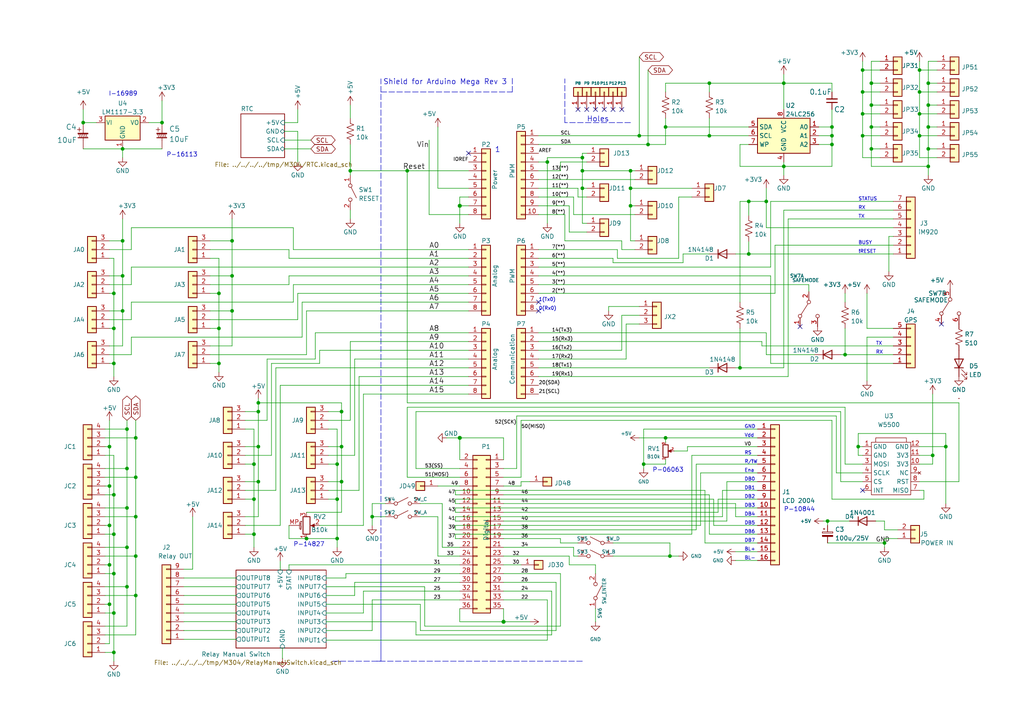
<source format=kicad_sch>
(kicad_sch (version 20230121) (generator eeschema)
  (paper "A4")
  (title_block (title "M304 UECS Controller shield for Arduino MEGA SMANOU2022") (date "2022-05-26") (rev "0.01") (company "AMPSD Kyushu Univ.") (comment 1 "RTC I2C"))
  (junction (at 266.7 33.02))
  (junction (at 270.51 132.08))
  (junction (at 33.02 95.25))
  (junction (at 245.11 102.87))
  (junction (at 39.37 172.72))
  (junction (at 274.32 129.54))
  (junction (at 73.66 154.94))
  (junction (at 250.19 26.67))
  (junction (at 217.17 58.42))
  (junction (at 214.63 106.68))
  (junction (at 133.35 59.69) (diameter 1.016))
  (junction (at 33.02 85.09))
  (junction (at 67.31 69.85))
  (junction (at 67.31 90.17))
  (junction (at 252.73 24.13))
  (junction (at 24.13 35.56))
  (junction (at 168.91 54.61))
  (junction (at 269.24 48.26))
  (junction (at 146.05 180.34) (diameter 1.016))
  (junction (at 31.75 140.97))
  (junction (at 97.79 156.21))
  (junction (at 252.73 36.83))
  (junction (at 248.92 129.54))
  (junction (at 269.24 30.48))
  (junction (at 182.88 54.61))
  (junction (at 118.11 49.53))
  (junction (at 97.79 144.78))
  (junction (at 33.02 154.94))
  (junction (at 269.24 43.18))
  (junction (at 35.56 69.85))
  (junction (at 217.17 73.66))
  (junction (at 63.5 95.25))
  (junction (at 31.75 175.26))
  (junction (at 168.91 45.72))
  (junction (at 36.83 135.89))
  (junction (at 107.95 149.86))
  (junction (at 33.02 189.23))
  (junction (at 39.37 149.86))
  (junction (at 266.7 39.37))
  (junction (at 193.04 36.83))
  (junction (at 39.37 127))
  (junction (at 33.02 166.37))
  (junction (at 73.66 144.78))
  (junction (at 33.02 105.41))
  (junction (at 63.5 85.09))
  (junction (at 266.7 26.67))
  (junction (at 31.75 152.4))
  (junction (at 88.9 156.21))
  (junction (at 252.73 43.18))
  (junction (at 194.31 161.29))
  (junction (at 63.5 105.41))
  (junction (at 39.37 138.43))
  (junction (at 36.83 147.32))
  (junction (at 74.93 129.54))
  (junction (at 35.56 43.18))
  (junction (at 227.33 48.26))
  (junction (at 186.69 134.62))
  (junction (at 33.02 143.51))
  (junction (at 256.54 157.48))
  (junction (at 73.66 134.62))
  (junction (at 31.75 163.83))
  (junction (at 101.6 49.53))
  (junction (at 35.56 90.17))
  (junction (at 46.99 35.56))
  (junction (at 74.93 139.7))
  (junction (at 241.3 39.37))
  (junction (at 205.74 24.13))
  (junction (at 39.37 161.29))
  (junction (at 168.91 49.53))
  (junction (at 31.75 129.54))
  (junction (at 74.93 119.38))
  (junction (at 187.96 41.91))
  (junction (at 222.25 58.42))
  (junction (at 36.83 124.46))
  (junction (at 182.88 59.69))
  (junction (at 266.7 20.32))
  (junction (at 250.19 20.32))
  (junction (at 99.06 119.38))
  (junction (at 182.88 49.53))
  (junction (at 185.42 39.37))
  (junction (at 250.19 33.02))
  (junction (at 250.19 39.37))
  (junction (at 99.06 139.7))
  (junction (at 33.02 177.8))
  (junction (at 252.73 30.48))
  (junction (at 133.35 127) (diameter 1.016))
  (junction (at 227.33 24.13))
  (junction (at 240.03 151.13))
  (junction (at 241.3 41.91))
  (junction (at 99.06 129.54))
  (junction (at 241.3 36.83))
  (junction (at 193.04 127))
  (junction (at 97.79 134.62))
  (junction (at 74.93 116.84))
  (junction (at 269.24 36.83))
  (junction (at 158.75 46.99))
  (junction (at 67.31 80.01))
  (junction (at 269.24 24.13))
  (junction (at 36.83 158.75))
  (junction (at 36.83 170.18))
  (junction (at 205.74 39.37))
  (junction (at 35.56 80.01))
  (no_connect (at 273.05 93.98))
  (no_connect (at 167.64 31.75))
  (no_connect (at 232.0504 94.7223))
  (no_connect (at 170.18 31.75))
  (no_connect (at 180.34 31.75))
  (no_connect (at 175.26 31.75))
  (no_connect (at 250.19 142.24))
  (no_connect (at 177.8 31.75))
  (no_connect (at 135.89 44.45))
  (no_connect (at 156.21 90.17))
  (no_connect (at 156.21 87.63))
  (no_connect (at 172.72 31.75))
  (wire (pts (xy 213.36 73.66) (xy 217.17 73.66)))
  (wire (pts (xy 55.88 165.1) (xy 53.34 165.1)))
  (wire (pts (xy 73.66 134.62) (xy 73.66 144.78)))
  (wire (pts (xy 205.74 39.37) (xy 217.17 39.37)))
  (wire (pts (xy 213.36 162.56) (xy 219.71 162.56)))
  (wire (pts (xy 269.24 48.26) (xy 269.24 50.8)))
  (wire (pts (xy 81.28 111.76) (xy 81.28 152.4)))
  (wire (pts (xy 267.97 142.24) (xy 266.7 142.24)))
  (wire (pts (xy 168.91 64.77) (xy 170.18 64.77)))
  (wire (pts (xy 250.19 33.02) (xy 250.19 39.37)))
  (wire (pts (xy 68.453 182.8832) (xy 53.34 182.8832)))
  (wire (pts (xy 151.13 138.43) (xy 146.05 138.43)))
  (wire (pts (xy 245.11 102.87) (xy 259.08 102.87)))
  (wire (pts (xy 238.76 151.13) (xy 240.03 151.13)))
  (wire (pts (xy 241.3 24.13) (xy 241.3 26.67)))
  (wire (pts (xy 31.75 72.39) (xy 38.1 72.39)))
  (wire (pts (xy 132.08 147.32) (xy 219.71 147.32)))
  (wire (pts (xy 219.71 127) (xy 193.04 127)))
  (wire (pts (xy 31.75 175.26) (xy 31.75 186.69)))
  (wire (pts (xy 80.01 106.68) (xy 80.01 142.24)))
  (wire (pts (xy 176.53 88.9) (xy 176.53 90.17)))
  (wire (pts (xy 97.79 124.46) (xy 97.79 134.62)))
  (wire (pts (xy 87.63 87.63) (xy 135.89 87.63)))
  (wire (pts (xy 133.35 161.29) (xy 127 161.29)))
  (wire (pts (xy 187.96 20.32) (xy 187.96 41.91)))
  (wire (pts (xy 146.05 151.13) (xy 210.82 151.13)))
  (wire (pts (xy 35.56 69.85) (xy 35.56 80.01)))
  (wire (pts (xy 196.85 74.93) (xy 196.85 57.15)))
  (wire (pts (xy 30.48 124.46) (xy 36.83 124.46)))
  (wire (pts (xy 172.72 176.53) (xy 172.72 180.34)))
  (wire (pts (xy 149.86 120.65) (xy 149.86 135.89)))
  (wire (pts (xy 71.12 119.38) (xy 74.93 119.38)))
  (wire (pts (xy 162.56 49.53) (xy 162.56 46.99)))
  (wire (pts (xy 146.05 180.34) (xy 133.35 180.34)))
  (wire (pts (xy 168.91 49.53) (xy 182.88 49.53)))
  (wire (pts (xy 133.35 151.13) (xy 132.08 151.13)))
  (wire (pts (xy 223.52 58.42) (xy 223.52 77.47)))
  (wire (pts (xy 248.92 129.54) (xy 248.92 125.73)))
  (wire (pts (xy 270.51 114.3) (xy 270.51 132.08)))
  (wire (pts (xy 193.04 26.67) (xy 193.04 24.13)))
  (wire (pts (xy 74.93 129.54) (xy 74.93 139.7)))
  (wire (pts (xy 269.24 48.26) (xy 252.73 48.26)))
  (wire (pts (xy 240.03 151.13) (xy 246.38 151.13)))
  (wire (pts (xy 36.83 135.89) (xy 36.83 147.32)))
  (wire (pts (xy 146.05 133.35) (xy 146.05 127)))
  (wire (pts (xy 120.65 180.34) (xy 94.615 180.34)))
  (wire (pts (xy 165.1 161.29) (xy 165.1 163.83)))
  (wire (pts (xy 30.48 138.43) (xy 39.37 138.43)))
  (wire (pts (xy 94.615 177.8) (xy 105.41 177.8)))
  (wire (pts (xy 182.88 59.69) (xy 184.15 59.69)))
  (wire (pts (xy 81.28 165.354) (xy 81.28 162.7632)))
  (wire (pts (xy 31.75 100.33) (xy 35.56 100.33)))
  (wire (pts (xy 166.37 62.23) (xy 184.15 62.23)))
  (wire (pts (xy 156.21 54.61) (xy 167.64 54.61)))
  (wire (pts (xy 60.96 85.09) (xy 63.5 85.09)))
  (wire (pts (xy 133.35 57.15) (xy 133.35 59.69)))
  (wire (pts (xy 33.02 95.25) (xy 33.02 105.41)))
  (wire (pts (xy 241.3 31.75) (xy 241.3 36.83)))
  (wire (pts (xy 203.2 152.4) (xy 203.2 137.16)))
  (wire (pts (xy 214.63 95.25) (xy 214.63 106.68)))
  (wire (pts (xy 101.6 41.91) (xy 101.6 49.53)))
  (wire (pts (xy 151.13 121.92) (xy 151.13 138.43)))
  (wire (pts (xy 184.15 49.53) (xy 182.88 49.53)))
  (wire (pts (xy 180.34 91.44) (xy 185.42 91.44)))
  (wire (pts (xy 88.9 148.59) (xy 99.06 148.59)))
  (wire (pts (xy 198.12 73.66) (xy 205.74 73.66)))
  (wire (pts (xy 166.37 158.75) (xy 146.05 158.75)))
  (wire (pts (xy 53.467 180.3017) (xy 53.34 180.34)))
  (wire (pts (xy 53.34 182.8832) (xy 53.34 182.88)))
  (wire (pts (xy 92.71 101.6) (xy 135.89 101.6)))
  (wire (pts (xy 132.08 144.78) (xy 207.01 144.78)))
  (wire (pts (xy 170.18 44.45) (xy 168.91 44.45)))
  (wire (pts (xy 222.25 58.42) (xy 222.25 66.04)))
  (wire (pts (xy 107.95 146.05) (xy 107.95 149.86)))
  (wire (pts (xy 132.08 146.05) (xy 132.08 144.78)))
  (wire (pts (xy 53.34 175.26) (xy 68.453 175.26)))
  (wire (pts (xy 266.7 33.02) (xy 271.78 33.02)))
  (wire (pts (xy 193.04 133.35) (xy 193.04 134.62)))
  (wire (pts (xy 86.36 31.75) (xy 86.36 35.56)))
  (wire (pts (xy 151.13 121.92) (xy 241.3 121.92)))
  (wire (pts (xy 193.04 24.13) (xy 205.74 24.13)))
  (wire (pts (xy 213.36 160.02) (xy 219.71 160.02)))
  (wire (pts (xy 269.24 30.48) (xy 269.24 36.83)))
  (wire (pts (xy 259.08 71.12) (xy 224.79 71.12)))
  (wire (pts (xy 33.02 105.41) (xy 33.02 109.22)))
  (wire (pts (xy 227.33 21.59) (xy 227.33 24.13)))
  (wire (pts (xy 86.36 92.71) (xy 86.36 85.09)))
  (wire (pts (xy 38.1 102.87) (xy 38.1 97.79)))
  (wire (pts (xy 133.35 59.69) (xy 133.35 64.77)))
  (wire (pts (xy 39.37 149.86) (xy 39.37 161.29)))
  (polyline (pts (xy 110.49 163.83) (xy 110.49 191.77)))
  (wire (pts (xy 74.93 116.84) (xy 74.93 119.38)))
  (wire (pts (xy 86.36 85.09) (xy 135.89 85.09)))
  (wire (pts (xy 161.29 182.88) (xy 161.29 168.91)))
  (wire (pts (xy 266.7 39.37) (xy 266.7 45.72)))
  (wire (pts (xy 107.95 149.86) (xy 111.76 149.86)))
  (wire (pts (xy 177.8 74.93) (xy 177.8 76.2)))
  (wire (pts (xy 53.34 185.42) (xy 68.453 185.42)))
  (wire (pts (xy 214.63 58.42) (xy 214.63 87.63)))
  (wire (pts (xy 127 149.86) (xy 121.92 149.86)))
  (wire (pts (xy 205.74 143.51) (xy 205.74 154.94)))
  (wire (pts (xy 252.73 24.13) (xy 252.73 17.78)))
  (wire (pts (xy 31.75 152.4) (xy 31.75 163.83)))
  (polyline (pts (xy 182.88 35.56) (xy 163.83 35.56)) (stroke (width 0) (type dash)))
  (wire (pts (xy 63.5 95.25) (xy 63.5 105.41)))
  (wire (pts (xy 127 54.61) (xy 135.89 54.61)))
  (wire (pts (xy 127 149.86) (xy 127 161.29)))
  (wire (pts (xy 71.12 152.4) (xy 81.28 152.4)))
  (wire (pts (xy 31.75 186.69) (xy 30.48 186.69)))
  (wire (pts (xy 252.73 43.18) (xy 252.73 36.83)))
  (wire (pts (xy 88.9 156.21) (xy 97.79 156.21)))
  (wire (pts (xy 83.82 80.01) (xy 135.89 80.01)))
  (wire (pts (xy 81.915 187.96) (xy 81.915 190.9572)))
  (wire (pts (xy 213.36 149.86) (xy 219.71 149.86)))
  (wire (pts (xy 127 36.83) (xy 127 54.61)))
  (wire (pts (xy 71.12 132.08) (xy 78.74 132.08)))
  (wire (pts (xy 227.33 60.96) (xy 227.33 106.68)))
  (wire (pts (xy 146.05 153.67) (xy 201.93 153.67)))
  (wire (pts (xy 33.02 85.09) (xy 33.02 95.25)))
  (wire (pts (xy 133.35 173.99) (xy 107.95 173.99)))
  (wire (pts (xy 71.12 142.24) (xy 80.01 142.24)))
  (wire (pts (xy 193.04 127) (xy 193.04 128.27)))
  (wire (pts (xy 31.75 82.55) (xy 38.1 82.55)))
  (wire (pts (xy 35.56 63.5) (xy 35.56 69.85)))
  (wire (pts (xy 242.57 120.65) (xy 242.57 137.16)))
  (polyline (pts (xy 163.83 35.56) (xy 163.83 22.86)) (stroke (width 0) (type dash)))
  (wire (pts (xy 205.74 24.13) (xy 227.33 24.13)))
  (wire (pts (xy 228.6 63.5) (xy 228.6 109.22)))
  (wire (pts (xy 146.05 171.45) (xy 160.02 171.45)))
  (wire (pts (xy 186.69 134.62) (xy 186.69 135.89)))
  (wire (pts (xy 133.35 143.51) (xy 132.08 143.51)))
  (wire (pts (xy 224.79 71.12) (xy 224.79 85.09)))
  (wire (pts (xy 256.54 156.21) (xy 256.54 157.48)))
  (wire (pts (xy 252.73 30.48) (xy 252.73 24.13)))
  (wire (pts (xy 278.13 116.84) (xy 118.11 116.84)))
  (wire (pts (xy 163.83 69.85) (xy 180.34 69.85)))
  (wire (pts (xy 227.33 48.26) (xy 241.3 48.26)))
  (wire (pts (xy 234.5904 82.55) (xy 234.5904 84.5623)))
  (wire (pts (xy 71.12 154.94) (xy 73.66 154.94)))
  (wire (pts (xy 78.74 105.41) (xy 78.74 132.08)))
  (wire (pts (xy 67.31 90.17) (xy 67.31 100.33)))
  (wire (pts (xy 60.96 69.85) (xy 67.31 69.85)))
  (wire (pts (xy 243.84 102.87) (xy 245.11 102.87)))
  (wire (pts (xy 53.34 167.64) (xy 68.453 167.64)))
  (wire (pts (xy 252.73 17.78) (xy 255.27 17.78)))
  (wire (pts (xy 266.7 39.37) (xy 271.78 39.37)))
  (wire (pts (xy 85.09 72.39) (xy 135.89 72.39)))
  (wire (pts (xy 99.06 139.7) (xy 99.06 129.54)))
  (wire (pts (xy 132.08 153.67) (xy 132.08 152.4)))
  (wire (pts (xy 217.17 36.83) (xy 193.04 36.83)))
  (wire (pts (xy 121.92 175.26) (xy 121.92 182.88)))
  (wire (pts (xy 120.65 119.38) (xy 243.84 119.38)))
  (wire (pts (xy 80.01 106.68) (xy 135.89 106.68)))
  (wire (pts (xy 118.11 138.43) (xy 133.35 138.43)))
  (wire (pts (xy 31.75 95.25) (xy 33.02 95.25)))
  (wire (pts (xy 205.74 154.94) (xy 219.71 154.94)))
  (wire (pts (xy 81.28 111.76) (xy 135.89 111.76)))
  (wire (pts (xy 241.3 144.78) (xy 267.97 144.78)))
  (wire (pts (xy 217.17 58.42) (xy 222.25 58.42)))
  (wire (pts (xy 46.99 29.21) (xy 46.99 35.56)))
  (wire (pts (xy 132.08 152.4) (xy 203.2 152.4)))
  (wire (pts (xy 198.12 76.2) (xy 198.12 73.66)))
  (wire (pts (xy 200.66 154.94) (xy 200.66 132.08)))
  (wire (pts (xy 133.35 171.45) (xy 105.41 171.45)))
  (wire (pts (xy 88.9 90.17) (xy 135.89 90.17)))
  (wire (pts (xy 214.63 41.91) (xy 214.63 48.26)))
  (wire (pts (xy 227.33 24.13) (xy 241.3 24.13)))
  (wire (pts (xy 83.82 72.39) (xy 83.82 74.93)))
  (wire (pts (xy 256.54 157.48) (xy 256.54 158.75)))
  (wire (pts (xy 105.41 114.3) (xy 135.89 114.3)))
  (wire (pts (xy 146.05 140.97) (xy 151.13 140.97)))
  (wire (pts (xy 30.48 129.54) (xy 31.75 129.54)))
  (wire (pts (xy 278.13 139.7) (xy 278.13 116.84)))
  (wire (pts (xy 250.19 20.32) (xy 255.27 20.32)))
  (wire (pts (xy 158.75 45.72) (xy 158.75 46.99)))
  (wire (pts (xy 118.11 49.53) (xy 135.89 49.53)))
  (wire (pts (xy 156.21 57.15) (xy 166.37 57.15)))
  (wire (pts (xy 156.21 109.22) (xy 228.6 109.22)))
  (wire (pts (xy 156.21 39.37) (xy 185.42 39.37)))
  (wire (pts (xy 104.14 142.24) (xy 104.14 109.22)))
  (wire (pts (xy 165.1 67.31) (xy 170.18 67.31)))
  (wire (pts (xy 156.21 72.39) (xy 179.07 72.39)))
  (wire (pts (xy 95.25 132.08) (xy 102.87 132.08)))
  (wire (pts (xy 199.39 130.81) (xy 199.39 129.54)))
  (wire (pts (xy 168.91 54.61) (xy 168.91 64.77)))
  (wire (pts (xy 266.7 134.62) (xy 270.51 134.62)))
  (wire (pts (xy 227.33 24.13) (xy 227.33 31.75)))
  (wire (pts (xy 260.35 156.21) (xy 256.54 156.21)))
  (wire (pts (xy 128.27 146.05) (xy 128.27 158.75)))
  (polyline (pts (xy 110.49 191.77) (xy 109.22 191.77)))
  (wire (pts (xy 267.97 144.78) (xy 267.97 142.24)))
  (wire (pts (xy 266.7 139.7) (xy 278.13 139.7)))
  (wire (pts (xy 266.7 45.72) (xy 271.78 45.72)))
  (wire (pts (xy 266.7 20.32) (xy 266.7 26.67)))
  (wire (pts (xy 63.5 85.09) (xy 63.5 95.25)))
  (wire (pts (xy 146.05 127) (xy 133.35 127)))
  (wire (pts (xy 99.06 116.84) (xy 74.93 116.84)))
  (wire (pts (xy 39.37 138.43) (xy 39.37 149.86)))
  (wire (pts (xy 39.37 121.92) (xy 39.37 127)))
  (wire (pts (xy 162.56 156.21) (xy 146.05 156.21)))
  (wire (pts (xy 271.78 24.13) (xy 269.24 24.13)))
  (wire (pts (xy 133.35 133.35) (xy 133.35 127)))
  (wire (pts (xy 95.25 134.62) (xy 97.79 134.62)))
  (wire (pts (xy 132.08 156.21) (xy 132.08 154.94)))
  (wire (pts (xy 250.19 26.67) (xy 255.27 26.67)))
  (wire (pts (xy 201.93 134.62) (xy 219.71 134.62)))
  (wire (pts (xy 102.87 172.72) (xy 102.87 168.91)))
  (wire (pts (xy 168.91 45.72) (xy 168.91 49.53)))
  (wire (pts (xy 81.915 190.9572) (xy 81.9404 190.9572)))
  (wire (pts (xy 94.615 170.18) (xy 123.19 170.18)))
  (wire (pts (xy 73.66 154.94) (xy 73.66 158.75)))
  (wire (pts (xy 31.75 102.87) (xy 38.1 102.87)))
  (wire (pts (xy 217.17 58.42) (xy 214.63 58.42)))
  (wire (pts (xy 270.51 132.08) (xy 266.7 132.08)))
  (wire (pts (xy 274.32 125.73) (xy 274.32 129.54)))
  (wire (pts (xy 250.19 26.67) (xy 250.19 33.02)))
  (wire (pts (xy 77.47 104.14) (xy 77.47 121.92)))
  (wire (pts (xy 101.6 49.53) (xy 101.6 50.8)))
  (wire (pts (xy 252.73 24.13) (xy 255.27 24.13)))
  (wire (pts (xy 95.25 121.92) (xy 101.6 121.92)))
  (wire (pts (xy 187.96 41.91) (xy 193.04 41.91)))
  (wire (pts (xy 95.25 124.46) (xy 97.79 124.46)))
  (wire (pts (xy 94.615 167.64) (xy 100.33 167.64)))
  (wire (pts (xy 83.82 152.4) (xy 83.82 156.21)))
  (wire (pts (xy 269.24 24.13) (xy 269.24 30.48)))
  (wire (pts (xy 217.17 41.91) (xy 214.63 41.91)))
  (wire (pts (xy 31.75 92.71) (xy 38.1 92.71)))
  (wire (pts (xy 162.56 46.99) (xy 170.18 46.99)))
  (wire (pts (xy 71.12 124.46) (xy 73.66 124.46)))
  (wire (pts (xy 31.75 80.01) (xy 35.56 80.01)))
  (wire (pts (xy 156.21 99.06) (xy 220.98 99.06)))
  (wire (pts (xy 71.12 121.92) (xy 77.47 121.92)))
  (wire (pts (xy 105.41 152.4) (xy 105.41 114.3)))
  (wire (pts (xy 35.56 80.01) (xy 35.56 90.17)))
  (wire (pts (xy 35.56 43.18) (xy 35.56 45.72)))
  (wire (pts (xy 74.93 139.7) (xy 71.12 139.7)))
  (wire (pts (xy 252.73 43.18) (xy 255.27 43.18)))
  (wire (pts (xy 182.88 54.61) (xy 182.88 59.69)))
  (wire (pts (xy 180.34 72.39) (xy 184.15 72.39)))
  (wire (pts (xy 30.48 172.72) (xy 39.37 172.72)))
  (wire (pts (xy 107.95 182.88) (xy 94.615 182.88)))
  (wire (pts (xy 102.87 104.14) (xy 135.89 104.14)))
  (wire (pts (xy 87.63 97.79) (xy 87.63 87.63)))
  (wire (pts (xy 156.21 49.53) (xy 162.56 49.53)))
  (wire (pts (xy 259.08 60.96) (xy 227.33 60.96)))
  (wire (pts (xy 237.49 39.37) (xy 241.3 39.37)))
  (wire (pts (xy 83.82 74.93) (xy 135.89 74.93)))
  (wire (pts (xy 82.55 43.18) (xy 90.17 43.18)))
  (wire (pts (xy 88.9 102.87) (xy 88.9 90.17)))
  (wire (pts (xy 24.13 43.18) (xy 35.56 43.18)))
  (polyline (pts (xy 110.49 26.67) (xy 148.59 26.67)) (stroke (width 0) (type dash)))
  (wire (pts (xy 257.81 68.58) (xy 257.81 78.74)))
  (wire (pts (xy 132.08 148.59) (xy 132.08 147.32)))
  (wire (pts (xy 266.7 26.67) (xy 266.7 33.02)))
  (wire (pts (xy 241.3 144.78) (xy 241.3 121.92)))
  (wire (pts (xy 128.27 146.05) (xy 121.92 146.05)))
  (wire (pts (xy 186.69 124.46) (xy 186.69 134.62)))
  (wire (pts (xy 181.61 93.98) (xy 185.42 93.98)))
  (wire (pts (xy 156.21 77.47) (xy 223.52 77.47)))
  (wire (pts (xy 83.82 163.83) (xy 133.35 163.83)))
  (wire (pts (xy 252.73 30.48) (xy 255.27 30.48)))
  (wire (pts (xy 252.73 48.26) (xy 252.73 43.18)))
  (wire (pts (xy 243.84 139.7) (xy 250.19 139.7)))
  (wire (pts (xy 121.92 182.88) (xy 161.29 182.88)))
  (wire (pts (xy 165.1 59.69) (xy 165.1 67.31)))
  (wire (pts (xy 160.02 184.15) (xy 120.65 184.15)))
  (wire (pts (xy 60.96 102.87) (xy 88.9 102.87)))
  (wire (pts (xy 195.58 130.81) (xy 199.39 130.81)))
  (wire (pts (xy 182.88 59.69) (xy 182.88 69.85)))
  (wire (pts (xy 156.21 52.07) (xy 184.15 52.07)))
  (wire (pts (xy 120.65 135.89) (xy 133.35 135.89)))
  (wire (pts (xy 245.11 85.09) (xy 245.11 87.63)))
  (wire (pts (xy 269.24 36.83) (xy 269.24 43.18)))
  (wire (pts (xy 194.31 161.29) (xy 196.85 161.29)))
  (wire (pts (xy 30.48 163.83) (xy 31.75 163.83)))
  (wire (pts (xy 78.74 105.41) (xy 92.71 105.41)))
  (wire (pts (xy 201.93 153.67) (xy 201.93 134.62)))
  (wire (pts (xy 74.93 119.38) (xy 74.93 129.54)))
  (wire (pts (xy 269.24 43.18) (xy 269.24 48.26)))
  (wire (pts (xy 63.5 105.41) (xy 63.5 107.95)))
  (wire (pts (xy 274.32 129.54) (xy 266.7 129.54)))
  (wire (pts (xy 168.91 54.61) (xy 170.18 54.61)))
  (wire (pts (xy 222.25 54.61) (xy 222.25 58.42)))
  (wire (pts (xy 207.01 152.4) (xy 219.71 152.4)))
  (polyline (pts (xy 110.49 163.83) (xy 110.49 22.86)) (stroke (width 0) (type dash)))
  (wire (pts (xy 153.67 180.34) (xy 146.05 180.34)))
  (wire (pts (xy 30.48 158.75) (xy 36.83 158.75)))
  (wire (pts (xy 146.05 146.05) (xy 213.36 146.05)))
  (wire (pts (xy 146.05 135.89) (xy 149.86 135.89)))
  (wire (pts (xy 182.88 54.61) (xy 200.66 54.61)))
  (wire (pts (xy 31.75 121.92) (xy 31.75 129.54)))
  (wire (pts (xy 30.48 166.37) (xy 33.02 166.37)))
  (wire (pts (xy 250.19 17.78) (xy 250.19 20.32)))
  (wire (pts (xy 196.85 57.15) (xy 200.66 57.15)))
  (wire (pts (xy 53.467 180.3017) (xy 68.453 180.3017)))
  (wire (pts (xy 209.55 142.24) (xy 219.71 142.24)))
  (wire (pts (xy 30.48 149.86) (xy 39.37 149.86)))
  (wire (pts (xy 30.48 175.26) (xy 31.75 175.26)))
  (wire (pts (xy 95.25 139.7) (xy 99.06 139.7)))
  (wire (pts (xy 35.56 43.18) (xy 46.99 43.18)))
  (wire (pts (xy 67.31 69.85) (xy 67.31 80.01)))
  (wire (pts (xy 33.02 154.94) (xy 33.02 166.37)))
  (wire (pts (xy 30.48 132.08) (xy 33.02 132.08)))
  (wire (pts (xy 39.37 127) (xy 39.37 138.43)))
  (wire (pts (xy 71.12 134.62) (xy 73.66 134.62)))
  (wire (pts (xy 102.87 132.08) (xy 102.87 104.14)))
  (wire (pts (xy 156.21 82.55) (xy 234.5904 82.55)))
  (wire (pts (xy 24.13 31.75) (xy 24.13 35.56)))
  (wire (pts (xy 156.21 106.68) (xy 205.74 106.68)))
  (wire (pts (xy 38.1 92.71) (xy 38.1 87.63)))
  (wire (pts (xy 156.21 41.91) (xy 187.96 41.91)))
  (wire (pts (xy 259.08 100.33) (xy 220.98 100.33)))
  (wire (pts (xy 31.75 140.97) (xy 31.75 152.4)))
  (wire (pts (xy 31.75 129.54) (xy 31.75 140.97)))
  (wire (pts (xy 60.96 95.25) (xy 63.5 95.25)))
  (wire (pts (xy 227.33 46.99) (xy 227.33 48.26)))
  (wire (pts (xy 99.06 148.59) (xy 99.06 139.7)))
  (wire (pts (xy 104.14 109.22) (xy 135.89 109.22)))
  (wire (pts (xy 24.13 35.56) (xy 27.94 35.56)))
  (wire (pts (xy 204.47 142.24) (xy 204.47 157.48)))
  (wire (pts (xy 180.34 69.85) (xy 180.34 72.39)))
  (wire (pts (xy 162.56 181.61) (xy 123.19 181.61)))
  (wire (pts (xy 269.24 17.78) (xy 269.24 24.13)))
  (wire (pts (xy 82.55 35.56) (xy 86.36 35.56)))
  (wire (pts (xy 30.48 152.4) (xy 31.75 152.4)))
  (wire (pts (xy 38.1 97.79) (xy 87.63 97.79)))
  (wire (pts (xy 146.05 143.51) (xy 205.74 143.51)))
  (wire (pts (xy 67.31 100.33) (xy 60.96 100.33)))
  (wire (pts (xy 241.3 39.37) (xy 241.3 36.83)))
  (wire (pts (xy 251.46 85.09) (xy 251.46 95.25)))
  (wire (pts (xy 259.08 97.79) (xy 251.46 97.79)))
  (wire (pts (xy 120.65 184.15) (xy 120.65 180.34)))
  (wire (pts (xy 38.1 72.39) (xy 38.1 66.04)))
  (wire (pts (xy 222.25 66.04) (xy 259.08 66.04)))
  (wire (pts (xy 158.75 46.99) (xy 156.21 46.99)))
  (wire (pts (xy 156.21 96.52) (xy 222.25 96.52)))
  (wire (pts (xy 156.21 74.93) (xy 177.8 74.93)))
  (wire (pts (xy 266.7 20.32) (xy 271.78 20.32)))
  (wire (pts (xy 118.11 49.53) (xy 118.11 116.84)))
  (wire (pts (xy 85.09 87.63) (xy 85.09 82.55)))
  (wire (pts (xy 156.21 59.69) (xy 165.1 59.69)))
  (wire (pts (xy 146.05 180.34) (xy 146.05 176.53)))
  (wire (pts (xy 135.89 59.69) (xy 133.35 59.69)))
  (wire (pts (xy 205.74 24.13) (xy 205.74 26.67)))
  (wire (pts (xy 200.66 132.08) (xy 219.71 132.08)))
  (wire (pts (xy 36.83 158.75) (xy 36.83 170.18)))
  (wire (pts (xy 43.18 35.56) (xy 46.99 35.56)))
  (wire (pts (xy 53.34 170.18) (xy 68.453 170.18)))
  (wire (pts (xy 39.37 161.29) (xy 39.37 172.72)))
  (wire (pts (xy 71.12 149.86) (xy 74.93 149.86)))
  (wire (pts (xy 128.27 158.75) (xy 133.35 158.75)))
  (wire (pts (xy 177.8 161.29) (xy 194.31 161.29)))
  (wire (pts (xy 259.08 63.5) (xy 228.6 63.5)))
  (wire (pts (xy 33.02 177.8) (xy 33.02 189.23)))
  (wire (pts (xy 97.79 156.21) (xy 97.79 158.75)))
  (wire (pts (xy 102.87 168.91) (xy 133.35 168.91)))
  (wire (pts (xy 172.72 163.83) (xy 172.72 166.37)))
  (wire (pts (xy 166.37 57.15) (xy 166.37 62.23)))
  (wire (pts (xy 92.71 152.4) (xy 105.41 152.4)))
  (wire (pts (xy 250.19 132.08) (xy 248.92 132.08)))
  (wire (pts (xy 38.1 82.55) (xy 38.1 77.47)))
  (wire (pts (xy 250.19 39.37) (xy 250.19 45.72)))
  (wire (pts (xy 160.02 184.15) (xy 160.02 171.45)))
  (wire (pts (xy 101.6 49.53) (xy 118.11 49.53)))
  (wire (pts (xy 250.19 45.72) (xy 255.27 45.72)))
  (wire (pts (xy 146.05 163.83) (xy 151.13 163.83)))
  (wire (pts (xy 31.75 74.93) (xy 33.02 74.93)))
  (wire (pts (xy 250.19 39.37) (xy 255.27 39.37)))
  (wire (pts (xy 30.48 135.89) (xy 36.83 135.89)))
  (wire (pts (xy 167.64 54.61) (xy 167.64 57.15)))
  (wire (pts (xy 132.08 154.94) (xy 200.66 154.94)))
  (wire (pts (xy 135.89 62.23) (xy 124.46 62.23)))
  (wire (pts (xy 242.57 137.16) (xy 250.19 137.16)))
  (wire (pts (xy 163.83 62.23) (xy 163.83 69.85)))
  (wire (pts (xy 151.13 139.7) (xy 153.67 139.7)))
  (wire (pts (xy 94.615 172.72) (xy 102.87 172.72)))
  (wire (pts (xy 158.75 185.674) (xy 94.615 185.674)))
  (wire (pts (xy 118.11 138.43) (xy 118.11 118.11)))
  (wire (pts (xy 83.82 163.83) (xy 83.82 165.354)))
  (wire (pts (xy 271.78 17.78) (xy 269.24 17.78)))
  (wire (pts (xy 53.34 177.8) (xy 68.453 177.8)))
  (wire (pts (xy 269.24 43.18) (xy 271.78 43.18)))
  (wire (pts (xy 166.37 158.75) (xy 166.37 161.29)))
  (wire (pts (xy 185.42 39.37) (xy 205.74 39.37)))
  (wire (pts (xy 132.08 149.86) (xy 209.55 149.86)))
  (wire (pts (xy 105.41 171.45) (xy 105.41 177.8)))
  (wire (pts (xy 266.7 17.78) (xy 266.7 20.32)))
  (wire (pts (xy 100.33 167.64) (xy 100.33 166.37)))
  (wire (pts (xy 167.64 57.15) (xy 170.18 57.15)))
  (wire (pts (xy 85.09 66.04) (xy 85.09 72.39)))
  (wire (pts (xy 95.25 119.38) (xy 99.06 119.38)))
  (wire (pts (xy 146.05 173.99) (xy 158.75 173.99)))
  (wire (pts (xy 30.48 154.94) (xy 33.02 154.94)))
  (wire (pts (xy 36.83 124.46) (xy 36.83 135.89)))
  (wire (pts (xy 274.32 146.05) (xy 274.32 129.54)))
  (wire (pts (xy 193.04 127) (xy 185.42 127)))
  (wire (pts (xy 236.22 102.87) (xy 222.25 102.87)))
  (wire (pts (xy 132.08 151.13) (xy 132.08 149.86)))
  (wire (pts (xy 217.17 73.66) (xy 259.08 73.66)))
  (wire (pts (xy 36.83 170.18) (xy 36.83 181.61)))
  (wire (pts (xy 38.1 66.04) (xy 85.09 66.04)))
  (wire (pts (xy 181.61 104.14) (xy 181.61 93.98)))
  (wire (pts (xy 168.91 45.72) (xy 158.75 45.72)))
  (wire (pts (xy 127 140.97) (xy 133.35 140.97)))
  (wire (pts (xy 146.05 168.91) (xy 161.29 168.91)))
  (wire (pts (xy 60.96 92.71) (xy 86.36 92.71)))
  (wire (pts (xy 220.98 100.33) (xy 220.98 99.06)))
  (wire (pts (xy 185.42 16.51) (xy 185.42 39.37)))
  (wire (pts (xy 97.79 134.62) (xy 97.79 144.78)))
  (wire (pts (xy 133.35 153.67) (xy 132.08 153.67)))
  (wire (pts (xy 177.8 76.2) (xy 198.12 76.2)))
  (wire (pts (xy 156.21 104.14) (xy 181.61 104.14)))
  (wire (pts (xy 30.48 170.18) (xy 36.83 170.18)))
  (wire (pts (xy 33.02 143.51) (xy 33.02 154.94)))
  (wire (pts (xy 162.56 157.48) (xy 162.56 156.21)))
  (wire (pts (xy 55.88 149.86) (xy 55.88 165.1)))
  (wire (pts (xy 101.6 99.06) (xy 135.89 99.06)))
  (wire (pts (xy 158.75 173.99) (xy 158.75 185.674)))
  (wire (pts (xy 135.89 57.15) (xy 133.35 57.15)))
  (wire (pts (xy 60.96 80.01) (xy 67.31 80.01)))
  (wire (pts (xy 30.48 147.32) (xy 36.83 147.32)))
  (wire (pts (xy 214.63 106.68) (xy 213.36 106.68)))
  (wire (pts (xy 217.17 58.42) (xy 217.17 62.484)))
  (wire (pts (xy 266.7 33.02) (xy 266.7 39.37)))
  (wire (pts (xy 31.75 163.83) (xy 31.75 175.26)))
  (wire (pts (xy 237.49 41.91) (xy 241.3 41.91)))
  (wire (pts (xy 67.31 80.01) (xy 67.31 90.17)))
  (wire (pts (xy 33.02 166.37) (xy 33.02 177.8)))
  (wire (pts (xy 133.35 146.05) (xy 132.08 146.05)))
  (wire (pts (xy 31.75 85.09) (xy 33.02 85.09)))
  (wire (pts (xy 208.28 144.78) (xy 219.71 144.78)))
  (wire (pts (xy 182.88 49.53) (xy 182.88 54.61)))
  (wire (pts (xy 227.33 48.26) (xy 227.33 50.8)))
  (wire (pts (xy 33.02 74.93) (xy 33.02 85.09)))
  (wire (pts (xy 166.37 161.29) (xy 167.64 161.29)))
  (wire (pts (xy 97.79 144.78) (xy 97.79 156.21)))
  (wire (pts (xy 194.31 157.48) (xy 194.31 161.29)))
  (wire (pts (xy 259.08 68.58) (xy 257.81 68.58)))
  (wire (pts (xy 223.52 105.41) (xy 223.52 80.01)))
  (wire (pts (xy 123.19 181.61) (xy 123.19 170.18)))
  (wire (pts (xy 156.21 62.23) (xy 163.83 62.23)))
  (wire (pts (xy 146.05 148.59) (xy 208.28 148.59)))
  (wire (pts (xy 31.75 105.41) (xy 33.02 105.41)))
  (wire (pts (xy 256.54 151.13) (xy 256.54 153.67)))
  (wire (pts (xy 71.12 129.54) (xy 74.93 129.54)))
  (wire (pts (xy 179.07 74.93) (xy 196.85 74.93)))
  (polyline (pts (xy 148.59 26.67) (xy 148.59 22.225)) (stroke (width 0) (type dash)))
  (wire (pts (xy 245.11 118.11) (xy 245.11 134.62)))
  (wire (pts (xy 63.5 74.93) (xy 63.5 85.09)))
  (wire (pts (xy 132.08 142.24) (xy 204.47 142.24)))
  (wire (pts (xy 67.31 63.5) (xy 67.31 69.85)))
  (wire (pts (xy 99.06 116.84) (xy 99.06 119.38)))
  (wire (pts (xy 95.25 129.54) (xy 99.06 129.54)))
  (wire (pts (xy 241.3 36.83) (xy 237.49 36.83)))
  (wire (pts (xy 214.63 106.68) (xy 227.33 106.68)))
  (wire (pts (xy 252.73 36.83) (xy 255.27 36.83)))
  (wire (pts (xy 256.54 153.67) (xy 260.35 153.67)))
  (wire (pts (xy 214.63 48.26) (xy 227.33 48.26)))
  (wire (pts (xy 156.21 101.6) (xy 180.34 101.6)))
  (wire (pts (xy 252.73 36.83) (xy 252.73 30.48)))
  (wire (pts (xy 250.19 20.32) (xy 250.19 26.67)))
  (wire (pts (xy 101.6 30.48) (xy 101.6 34.29)))
  (wire (pts (xy 30.48 161.29) (xy 39.37 161.29)))
  (wire (pts (xy 168.91 49.53) (xy 168.91 54.61)))
  (wire (pts (xy 35.56 90.17) (xy 35.56 100.33)))
  (wire (pts (xy 210.82 151.13) (xy 210.82 139.7)))
  (wire (pts (xy 36.83 121.92) (xy 36.83 124.46)))
  (wire (pts (xy 133.35 148.59) (xy 132.08 148.59)))
  (wire (pts (xy 250.19 129.54) (xy 248.92 129.54)))
  (wire (pts (xy 118.11 118.11) (xy 245.11 118.11)))
  (wire (pts (xy 177.8 157.48) (xy 194.31 157.48)))
  (wire (pts (xy 39.37 172.72) (xy 39.37 184.15)))
  (wire (pts (xy 213.36 146.05) (xy 213.36 149.86)))
  (wire (pts (xy 259.08 58.42) (xy 223.52 58.42)))
  (wire (pts (xy 30.48 140.97) (xy 31.75 140.97)))
  (wire (pts (xy 133.35 180.34) (xy 133.35 176.53)))
  (wire (pts (xy 38.1 87.63) (xy 85.09 87.63)))
  (wire (pts (xy 36.83 147.32) (xy 36.83 158.75)))
  (wire (pts (xy 245.11 134.62) (xy 250.19 134.62)))
  (wire (pts (xy 270.51 132.08) (xy 270.51 134.62)))
  (wire (pts (xy 251.46 97.79) (xy 251.46 110.49)))
  (wire (pts (xy 207.01 144.78) (xy 207.01 152.4)))
  (wire (pts (xy 82.55 40.64) (xy 90.17 40.64)))
  (wire (pts (xy 167.64 157.48) (xy 162.56 157.48)))
  (wire (pts (xy 241.3 41.91) (xy 241.3 39.37)))
  (wire (pts (xy 248.92 129.54) (xy 248.92 132.08)))
  (wire (pts (xy 95.25 144.78) (xy 97.79 144.78)))
  (wire (pts (xy 245.11 95.25) (xy 245.11 102.87)))
  (wire (pts (xy 74.93 115.57) (xy 74.93 116.84)))
  (wire (pts (xy 149.86 120.65) (xy 242.57 120.65)))
  (wire (pts (xy 60.96 74.93) (xy 63.5 74.93)))
  (wire (pts (xy 269.24 30.48) (xy 271.78 30.48)))
  (wire (pts (xy 60.96 82.55) (xy 83.82 82.55)))
  (wire (pts (xy 36.83 181.61) (xy 30.48 181.61)))
  (wire (pts (xy 243.84 119.38) (xy 243.84 139.7)))
  (wire (pts (xy 251.46 95.25) (xy 259.08 95.25)))
  (wire (pts (xy 91.44 96.52) (xy 135.89 96.52)))
  (wire (pts (xy 266.7 26.67) (xy 271.78 26.67)))
  (wire (pts (xy 254 151.13) (xy 256.54 151.13)))
  (wire (pts (xy 30.48 177.8) (xy 33.02 177.8)))
  (wire (pts (xy 222.25 102.87) (xy 222.25 96.52)))
  (wire (pts (xy 31.75 69.85) (xy 35.56 69.85)))
  (wire (pts (xy 240.03 152.4) (xy 240.03 151.13)))
  (wire (pts (xy 185.42 88.9) (xy 176.53 88.9)))
  (wire (pts (xy 73.66 124.46) (xy 73.66 134.62)))
  (wire (pts (xy 146.05 161.29) (xy 165.1 161.29)))
  (wire (pts (xy 209.55 149.86) (xy 209.55 142.24)))
  (wire (pts (xy 269.24 36.83) (xy 271.78 36.83)))
  (wire (pts (xy 101.6 60.96) (xy 101.6 63.5)))
  (wire (pts (xy 193.04 34.29) (xy 193.04 36.83)))
  (wire (pts (xy 156.21 85.09) (xy 224.79 85.09)))
  (wire (pts (xy 31.75 90.17) (xy 35.56 90.17)))
  (wire (pts (xy 53.34 172.72) (xy 68.453 172.72)))
  (wire (pts (xy 95.25 142.24) (xy 104.14 142.24)))
  (wire (pts (xy 132.08 143.51) (xy 132.08 142.24)))
  (wire (pts (xy 219.71 124.46) (xy 186.69 124.46)))
  (wire (pts (xy 199.39 129.54) (xy 219.71 129.54)))
  (wire (pts (xy 186.69 134.62) (xy 193.04 134.62)))
  (wire (pts (xy 60.96 72.39) (xy 83.82 72.39)))
  (wire (pts (xy 162.56 166.37) (xy 162.56 181.61)))
  (wire (pts (xy 210.82 139.7) (xy 219.71 139.7)))
  (wire (pts (xy 91.44 104.14) (xy 91.44 96.52)))
  (wire (pts (xy 111.76 146.05) (xy 107.95 146.05)))
  (wire (pts (xy 208.28 148.59) (xy 208.28 144.78)))
  (wire (pts (xy 33.02 132.08) (xy 33.02 143.51)))
  (wire (pts (xy 100.33 166.37) (xy 133.35 166.37)))
  (wire (pts (xy 168.91 44.45) (xy 168.91 45.72)))
  (wire (pts (xy 203.2 137.16) (xy 219.71 137.16)))
  (wire (pts (xy 248.92 125.73) (xy 274.32 125.73)))
  (wire (pts (xy 99.06 119.38) (xy 99.06 129.54)))
  (wire (pts (xy 30.48 184.15) (xy 39.37 184.15)))
  (wire (pts (xy 30.48 189.23) (xy 33.02 189.23)))
  (wire (pts (xy 241.3 48.26) (xy 241.3 41.91)))
  (wire (pts (xy 193.04 36.83) (xy 193.04 41.91)))
  (wire (pts (xy 217.17 70.104) (xy 217.17 73.66)))
  (wire (pts (xy 30.48 143.51) (xy 33.02 143.51)))
  (wire (pts (xy 38.1 77.47) (xy 135.89 77.47)))
  (wire (pts (xy 107.95 173.99) (xy 107.95 182.88)))
  (wire (pts (xy 30.48 127) (xy 39.37 127)))
  (wire (pts (xy 179.07 72.39) (xy 179.07 74.93)))
  (wire (pts (xy 165.1 163.83) (xy 172.72 163.83)))
  (wire (pts (xy 204.47 157.48) (xy 219.71 157.48)))
  (wire (pts (xy 182.88 69.85) (xy 184.15 69.85)))
  (wire (pts (xy 101.6 99.06) (xy 101.6 121.92)))
  (wire (pts (xy 60.96 105.41) (xy 63.5 105.41)))
  (wire (pts (xy 83.82 156.21) (xy 88.9 156.21)))
  (wire (pts (xy 151.13 140.97) (xy 151.13 139.7)))
  (wire (pts (xy 133.35 156.21) (xy 132.08 156.21)))
  (wire (pts (xy 146.05 166.37) (xy 162.56 166.37)))
  (wire (pts (xy 71.12 144.78) (xy 73.66 144.78)))
  (wire (pts (xy 124.46 62.23) (xy 124.46 40.64)))
  (wire (pts (xy 107.95 149.86) (xy 107.95 152.4)))
  (wire (pts (xy 133.35 127) (xy 129.54 127)))
  (wire (pts (xy 240.03 157.48) (xy 256.54 157.48)))
  (wire (pts (xy 259.08 105.41) (xy 223.52 105.41)))
  (wire (pts (xy 205.74 34.29) (xy 205.74 39.37)))
  (wire (pts (xy 60.96 90.17) (xy 67.31 90.17)))
  (wire (pts (xy 83.82 82.55) (xy 83.82 80.01)))
  (wire (pts (xy 82.55 38.1) (xy 86.36 38.1)))
  (wire (pts (xy 250.19 33.02) (xy 255.27 33.02)))
  (wire (pts (xy 74.93 149.86) (xy 74.93 139.7)))
  (wire (pts (xy 120.65 119.38) (xy 120.65 135.89)))
  (wire (pts (xy 73.66 144.78) (xy 73.66 154.94)))
  (polyline (pts (xy 168.91 191.77) (xy 96.52 191.77)) (stroke (width 0) (type dash)))
  (wire (pts (xy 85.09 82.55) (xy 135.89 82.55)))
  (wire (pts (xy 158.75 64.77) (xy 158.75 46.99)))
  (wire (pts (xy 77.47 104.14) (xy 91.44 104.14)))
  (wire (pts (xy 94.615 175.26) (xy 121.92 175.26)))
  (wire (pts (xy 180.34 101.6) (xy 180.34 91.44)))
  (wire (pts (xy 33.02 189.23) (xy 33.02 191.77)))
  (wire (pts (xy 86.36 38.1) (xy 86.36 46.99)))
  (wire (pts (xy 156.21 80.01) (xy 223.52 80.01)))
  (wire (pts (xy 92.71 105.41) (xy 92.71 101.6)))
  (text "DB5" (at 215.9 152.4 0) (effects (font (size 1 1)) (justify left bottom)))
  (text "P-16113" (at 48.26 45.72 0) (effects (font (size 1.27 1.27)) (justify left bottom)))
  (text "P-10844" (at 227.33 148.59 0) (effects (font (size 1.27 1.27)) (justify left bottom)))
  (text "RX" (at 248.92 60.96 0) (effects (font (size 1 1)) (justify left bottom)))
  (text "DB4" (at 215.9 149.86 0) (effects (font (size 1 1)) (justify left bottom)))
  (text "RS" (at 215.9 132.08 0) (effects (font (size 1 1)) (justify left bottom)))
  (text "Ena" (at 215.9 137.16 0) (effects (font (size 1 1)) (justify left bottom)))
  (text "DB6" (at 215.9 154.94 0) (effects (font (size 1 1)) (justify left bottom)))
  (text "0(Rx0)" (at 156.21 90.17 0) (effects (font (size 1 1)) (justify left bottom)))
  (text "TX" (at 254 100.33 0) (effects (font (size 1 1)) (justify left bottom)))
  (text "I-16989" (at 31.4939 28.0522 0) (effects (font (size 1.27 1.27)) (justify left bottom)))
  (text "DB3" (at 215.9 147.32 0) (effects (font (size 1 1)) (justify left bottom)))
  (text "Vdd" (at 215.9 127 0) (effects (font (size 1 1)) (justify left bottom)))
  (text "RX" (at 254 102.87 0) (effects (font (size 1 1)) (justify left bottom)))
  (text "BUSY" (at 248.92 71.12 0) (effects (font (size 1 1)) (justify left bottom)))
  (text "DB0" (at 215.9 139.7 0) (effects (font (size 1 1)) (justify left bottom)))
  (text "R/!W" (at 215.9 134.62 0) (effects (font (size 1 1)) (justify left bottom)))
  (text "P-06063" (at 189.23 137.16 0) (effects (font (size 1.27 1.27)) (justify left bottom)))
  (text "DB1" (at 215.9 142.24 0) (effects (font (size 1 1)) (justify left bottom)))
  (text "TX" (at 248.92 63.5 0) (effects (font (size 1 1)) (justify left bottom)))
  (text "1" (at 143.51 44.45 0) (effects (font (size 1.524 1.524)) (justify left bottom)))
  (text "GND" (at 215.9 124.46 0) (effects (font (size 1 1)) (justify left bottom)))
  (text "P-14827" (at 85.09 158.75 0) (effects (font (size 1.27 1.27)) (justify left bottom)))
  (text "1(Tx0)" (at 156.21 87.63 0) (effects (font (size 1 1)) (justify left bottom)))
  (text "Holes" (at 170.18 35.56 0) (effects (font (size 1.524 1.524)) (justify left bottom)))
  (text "BL+" (at 215.9 160.02 0) (effects (font (size 1 1)) (justify left bottom)))
  (text "STATUS" (at 248.92 58.42 0) (effects (font (size 1 1)) (justify left bottom)))
  (text "DB2" (at 215.9 144.78 0) (effects (font (size 1 1)) (justify left bottom)))
  (text "DB7" (at 215.9 157.48 0) (effects (font (size 1 1)) (justify left bottom)))
  (text "!RESET" (at 248.92 73.66 0) (effects (font (size 1 1)) (justify left bottom)))
  (text "BL-" (at 215.9 162.56 0) (effects (font (size 1 1)) (justify left bottom)))
  (text "Shield for Arduino Mega Rev 3" (at 111.125 24.765 0) (effects (font (size 1.524 1.524)) (justify left bottom)))
  (label "21(SCL)" (at 156.21 114.3 0) (effects (font (size 1 1))))
  (label "36" (at 151.13 156.21 0) (effects (font (size 1 1))))
  (label "17(Rx2)" (at 160.02 104.14 0) (effects (font (size 1 1))))
  (label "19(Rx1)" (at 160.02 109.22 0) (effects (font (size 1 1))))
  (label "SDA" (at 162.56 41.91 0) (effects (font (size 1 1))))
  (label "A14" (at 124.46 111.76 0) (effects (font (size 1.524 1.524))))
  (label "51(MOSI)" (at 123.19 138.43 0) (effects (font (size 1 1))))
  (label "41" (at 132.08 151.13 180) (effects (font (size 1 1))))
  (label "43" (at 132.08 148.59 180) (effects (font (size 1 1))))
  (label "A3" (at 124.46 80.01 0) (effects (font (size 1.524 1.524))))
  (label "45" (at 132.08 146.05 180) (effects (font (size 1 1))))
  (label "9(**)" (at 160.02 59.69 0) (effects (font (size 1 1))))
  (label "GND" (at 254 157.48 0))
  (label "SCL" (at 162.56 39.37 0) (effects (font (size 1 1))))
  (label "A8" (at 124.46 96.52 0) (effects (font (size 1.524 1.524))))
  (label "14(Tx3)" (at 160.02 96.52 0) (effects (font (size 1 1))))
  (label "27" (at 125.73 168.91 0) (effects (font (size 1 1))))
  (label "12(**)" (at 160.02 52.07 0) (effects (font (size 1 1))))
  (label "A5" (at 124.46 85.09 0) (effects (font (size 1.524 1.524))))
  (label "IOREF" (at 135.89 46.99 180) (effects (font (size 1 1))))
  (label "3(**)" (at 160.02 82.55 0) (effects (font (size 1 1))))
  (label "Reset" (at 116.84 49.53 0) (effects (font (size 1.524 1.524))))
  (label "A0" (at 124.46 72.39 0) (effects (font (size 1.524 1.524))))
  (label "A1" (at 124.46 74.93 0) (effects (font (size 1.524 1.524))))
  (label "A11" (at 124.46 104.14 0) (effects (font (size 1.524 1.524))))
  (label "40" (at 151.13 151.13 0) (effects (font (size 1 1))))
  (label "53(SS)" (at 123.19 135.89 0) (effects (font (size 1 1))))
  (label "30" (at 148.59 163.83 0) (effects (font (size 1 1))))
  (label "31" (at 125.73 163.83 0) (effects (font (size 1 1))))
  (label "28" (at 151.13 166.37 0) (effects (font (size 1 1))))
  (label "44" (at 151.13 146.05 0) (effects (font (size 1 1))))
  (label "6(**)" (at 160.02 74.93 0) (effects (font (size 1 1))))
  (label "5(**)" (at 160.02 77.47 0) (effects (font (size 1 1))))
  (label "37" (at 132.08 156.21 180) (effects (font (size 1 1))))
  (label "38" (at 151.13 153.67 0) (effects (font (size 1 1))))
  (label "29" (at 125.73 166.37 0) (effects (font (size 1 1))))
  (label "18(Tx1)" (at 160.02 106.68 0) (effects (font (size 1 1))))
  (label "24" (at 151.13 171.45 0) (effects (font (size 1 1))))
  (label "A9" (at 124.46 99.06 0) (effects (font (size 1.524 1.524))))
  (label "39" (at 132.08 153.67 180) (effects (font (size 1 1))))
  (label "22" (at 151.13 173.99 0) (effects (font (size 1 1))))
  (label "A15" (at 124.46 114.3 0) (effects (font (size 1.524 1.524))))
  (label "A6" (at 124.46 87.63 0) (effects (font (size 1.524 1.524))))
  (label "48" (at 147.32 140.97 0) (effects (font (size 1 1))))
  (label "Vin" (at 124.46 43.18 180) (effects (font (size 1.524 1.524))))
  (label "A7" (at 124.46 90.17 0) (effects (font (size 1.524 1.524))))
  (label "23" (at 125.73 173.99 0) (effects (font (size 1 1))))
  (label "2(**)" (at 160.02 85.09 0) (effects (font (size 1 1))))
  (label "49" (at 130.81 140.97 0) (effects (font (size 1 1))))
  (label "A13" (at 124.46 109.22 0) (effects (font (size 1.524 1.524))))
  (label "A2" (at 124.46 77.47 0) (effects (font (size 1.524 1.524))))
  (label "A12" (at 124.46 106.68 0) (effects (font (size 1.524 1.524))))
  (label "50(MISO)" (at 151.13 124.46 0) (effects (font (size 1 1))))
  (label "52(SCK)" (at 149.86 123.19 180) (effects (font (size 1 1))))
  (label "26" (at 151.13 168.91 0) (effects (font (size 1 1))))
  (label "47" (at 132.08 143.51 180) (effects (font (size 1 1))))
  (label "A4" (at 124.46 82.55 0) (effects (font (size 1.524 1.524))))
  (label "8(**)" (at 160.02 62.23 0) (effects (font (size 1 1))))
  (label "42" (at 151.13 148.59 0) (effects (font (size 1 1))))
  (label "A10" (at 124.46 101.6 0) (effects (font (size 1.524 1.524))))
  (label "7(**)" (at 160.02 72.39 0) (effects (font (size 1 1))))
  (label "20(SDA)" (at 156.21 111.76 0) (effects (font (size 1 1))))
  (label "16(Tx2)" (at 160.02 101.6 0) (effects (font (size 1 1))))
  (label "46" (at 151.13 143.51 0) (effects (font (size 1 1))))
  (label "11(**)" (at 160.02 54.61 0) (effects (font (size 1 1))))
  (label "4(**)" (at 160.02 80.01 0) (effects (font (size 1 1))))
  (label "V0" (at 215.9 129.54 0) (effects (font (size 1 1))))
  (label "13(**)" (at 160.02 49.53 0) (effects (font (size 1 1))))
  (label "15(Rx3)" (at 160.02 99.06 0) (effects (font (size 1 1))))
  (label "10(**)" (at 160.02 57.15 0) (effects (font (size 1 1))))
  (label "32" (at 148.59 161.29 0) (effects (font (size 1 1))))
  (label "33" (at 129.54 161.29 0) (effects (font (size 1 1))))
  (label "34" (at 151.13 158.75 0) (effects (font (size 1 1))))
  (label "35" (at 129.54 158.75 0) (effects (font (size 1 1))))
  (label "25" (at 125.73 171.45 0) (effects (font (size 1 1))))
  (label "AREF" (at 156.21 44.45 0) (effects (font (size 1 1))))
  (global_label "SDA" (shape bidirectional) (at 187.96 20.32 0) (property "Intersheetrefs" "${INTERSHEET_REFS}" (effects hide)) (property "シート間のリファレンス" "${INTERSHEET_REFS}" (effects hide)))
  (global_label "SCL" (shape bidirectional) (at 185.42 16.51 0) (property "Intersheetrefs" "${INTERSHEET_REFS}" (effects hide)) (property "シート間のリファレンス" "${INTERSHEET_REFS}" (effects hide)))
  (global_label "SDA" (shape bidirectional) (at 90.17 43.18 0) (property "Intersheetrefs" "${INTERSHEET_REFS}" (effects hide)) (property "シート間のリファレンス" "${INTERSHEET_REFS}" (effects hide)))
  (global_label "SCL" (shape bidirectional) (at 36.83 121.92 90) (property "Intersheetrefs" "${INTERSHEET_REFS}" (effects hide)) (property "シート間のリファレンス" "${INTERSHEET_REFS}" (effects hide)))
  (global_label "SCL" (shape bidirectional) (at 90.17 40.64 0) (property "Intersheetrefs" "${INTERSHEET_REFS}" (effects hide)) (property "シート間のリファレンス" "${INTERSHEET_REFS}" (effects hide)))
  (global_label "SDA" (shape bidirectional) (at 39.37 121.92 90) (property "Intersheetrefs" "${INTERSHEET_REFS}" (effects hide)) (property "シート間のリファレンス" "${INTERSHEET_REFS}" (effects hide)))
  (symbol (lib_id "Connector_Generic:Conn_01x01") (at 167.64 26.67 90) (unit 1)
    (property "Reference" "P8" (at 167.64 24.13 90) (effects (font (size 0.7874 0.7874))))
    (property "Value" "CONN_01X01" (effects hide))
    (property "Footprint" "Socket_Arduino_Mega:Arduino_1pin" (effects hide))
  )
  (symbol (lib_id "Connector_Generic:Conn_01x01") (at 170.18 26.67 90) (unit 1)
    (property "Reference" "P9" (at 170.18 24.13 90) (effects (font (size 0.7874 0.7874))))
    (property "Value" "CONN_01X01" (effects hide))
    (property "Footprint" "Socket_Arduino_Mega:Arduino_1pin" (effects hide))
  )
  (symbol (lib_id "Connector_Generic:Conn_01x01") (at 172.72 26.67 90) (unit 1)
    (property "Reference" "P10" (at 172.72 24.13 90) (effects (font (size 0.7874 0.7874))))
    (property "Value" "CONN_01X01" (effects hide))
    (property "Footprint" "Socket_Arduino_Mega:Arduino_1pin" (effects hide))
  )
  (symbol (lib_id "Connector_Generic:Conn_01x01") (at 175.26 26.67 90) (unit 1)
    (property "Reference" "P11" (at 175.26 24.13 90) (effects (font (size 0.7874 0.7874))))
    (property "Value" "CONN_01X01" (effects hide))
    (property "Footprint" "Socket_Arduino_Mega:Arduino_1pin" (effects hide))
  )
  (symbol (lib_id "Connector_Generic:Conn_01x01") (at 177.8 26.67 90) (unit 1)
    (property "Reference" "P12" (at 177.8 24.13 90) (effects (font (size 0.7874 0.7874))))
    (property "Value" "CONN_01X01" (effects hide))
    (property "Footprint" "Socket_Arduino_Mega:Arduino_1pin" (effects hide))
  )
  (symbol (lib_id "Connector_Generic:Conn_01x01") (at 180.34 26.67 90) (unit 1)
    (property "Reference" "P13" (at 180.34 24.13 90) (effects (font (size 0.7874 0.7874))))
    (property "Value" "CONN_01X01" (effects hide))
    (property "Footprint" "Socket_Arduino_Mega:Arduino_1pin" (effects hide))
  )
  (symbol (lib_id "Connector_Generic:Conn_01x08") (at 140.97 52.07 0) (unit 1)
    (property "Reference" "P2" (at 140.97 41.91 0))
    (property "Value" "Power" (at 143.51 52.07 90))
    (property "Footprint" "Connector_PinHeader_2.54mm:PinHeader_1x08_P2.54mm_Vertical" (effects hide))
  )
  (symbol (lib_id "power:+5V") (at 127 36.83 0) (unit 1)
    (property "Reference" "#PWR02" (effects hide))
    (property "Value" "+5V" (at 124.46 33.02 0))
  )
  (symbol (lib_id "power:GND") (at 133.35 64.77 0) (unit 1)
    (property "Reference" "#PWR03" (effects hide))
    (property "Value" "GND" (at 133.35 68.58 0))
  )
  (symbol (lib_id "Connector_Generic:Conn_01x10") (at 151.13 49.53 0) (mirror y) (unit 1)
    (property "Reference" "P5" (at 151.13 36.83 0))
    (property "Value" "PWM" (at 148.59 49.53 90))
    (property "Footprint" "Connector_PinHeader_2.54mm:PinHeader_1x10_P2.54mm_Vertical" (effects hide))
  )
  (symbol (lib_id "power:GND") (at 158.75 64.77 0) (unit 1)
    (property "Reference" "#PWR04" (effects hide))
    (property "Value" "GND" (at 158.75 68.58 0))
  )
  (symbol (lib_id "Connector_Generic:Conn_01x08") (at 140.97 80.01 0) (unit 1)
    (property "Reference" "P3" (at 140.97 69.85 0))
    (property "Value" "Analog" (at 143.51 80.01 90))
    (property "Footprint" "Connector_PinHeader_2.54mm:PinHeader_1x08_P2.54mm_Vertical" (effects hide))
  )
  (symbol (lib_id "Connector_Generic:Conn_01x08") (at 151.13 80.01 0) (mirror y) (unit 1)
    (property "Reference" "P6" (at 151.13 69.85 0))
    (property "Value" "PWM" (at 148.59 80.01 90))
    (property "Footprint" "Connector_PinHeader_2.54mm:PinHeader_1x08_P2.54mm_Vertical" (effects hide))
  )
  (symbol (lib_id "Connector_Generic:Conn_01x08") (at 140.97 104.14 0) (unit 1)
    (property "Reference" "P4" (at 140.97 93.98 0))
    (property "Value" "Analog" (at 143.51 104.14 90))
    (property "Footprint" "Connector_PinHeader_2.54mm:PinHeader_1x08_P2.54mm_Vertical" (effects hide))
  )
  (symbol (lib_id "Connector_Generic:Conn_01x08") (at 151.13 104.14 0) (mirror y) (unit 1)
    (property "Reference" "P7" (at 151.13 93.98 0))
    (property "Value" "Communication" (at 148.59 104.14 90))
    (property "Footprint" "Connector_PinHeader_2.54mm:PinHeader_1x08_P2.54mm_Vertical" (effects hide))
  )
  (symbol (lib_id "Connector_Generic:Conn_02x18_Odd_Even") (at 140.97 153.67 0) (mirror y) (unit 1)
    (property "Reference" "P1" (at 140.97 129.54 0))
    (property "Value" "Digital" (at 140.97 153.67 90))
    (property "Footprint" "Connector_PinHeader_2.54mm:PinHeader_2x18_P2.54mm_Vertical" (effects hide))
  )
  (symbol (lib_id "power:GND") (at 129.54 127 270) (unit 1)
    (property "Reference" "#PWR05" (effects hide))
    (property "Value" "GND" (at 130.81 125.73 90))
  )
  (symbol (lib_id "power:+5V") (at 153.67 180.34 270) (unit 1)
    (property "Reference" "#PWR06" (effects hide))
    (property "Value" "+5V" (at 151.13 179.07 90))
  )
  (symbol (lib_id "power:+3V3") (at 245.11 85.09 0) (unit 1)
    (property "Reference" "#PWR0128" (effects hide))
    (property "Value" "+3.3V" (at 241.3 82.55 0))
  )
  (symbol (lib_id "power:+5V") (at 238.76 151.13 90) (unit 1)
    (property "Reference" "#PWR0136" (effects hide))
    (property "Value" "+5V" (at 233.68 151.13 90) (effects (font (size 1 1))))
  )
  (symbol (lib_id "Device:R_US") (at 101.6 38.1 180) (unit 1)
    (property "Reference" "R1" (at 103.251 37.2653 0) (effects (justify right)))
    (property "Value" "10k" (at 103.251 39.8022 0) (effects (justify right)))
    (property "Footprint" "Resistor_THT:R_Axial_DIN0207_L6.3mm_D2.5mm_P7.62mm_Horizontal" (effects hide))
  )
  (symbol (lib_name "Conn_01x04_1") (lib_id "Connector_Generic:Conn_01x04") (at 25.4 129.54 180) (unit 1)
    (property "Reference" "JC1" (at 20.32 129.54 0))
    (property "Value" "Conn_01x04" (effects hide))
    (property "Footprint" "Connector_JST:JST_XH_B4B-XH-A_1x04_P2.50mm_Vertical" (effects hide))
  )
  (symbol (lib_id "Connector_Generic:Conn_01x02") (at 276.86 24.13 0) (unit 1)
    (property "Reference" "JP52" (at 278.892 25.8338 0) (effects (justify left)))
    (property "Value" "Conn_01x02" (effects hide))
    (property "Footprint" "Connector_JST:JST_XH_B2B-XH-A_1x02_P2.50mm_Vertical" (effects hide))
  )
  (symbol (lib_id "power:+5V") (at 213.36 160.02 90) (unit 1)
    (property "Reference" "#PWR0120" (effects hide))
    (property "Value" "+5V" (at 208.28 160.02 90) (effects (font (size 1 1))))
  )
  (symbol (lib_id "power:GND") (at 63.5 107.95 0) (unit 1)
    (property "Reference" "#PWR0122" (effects hide))
    (property "Value" "GND" (at 63.5 111.76 0))
  )
  (symbol (lib_id "Connector_Generic:Conn_01x02") (at 276.86 30.48 0) (unit 1)
    (property "Reference" "JP53" (at 278.892 32.1838 0) (effects (justify left)))
    (property "Value" "Conn_01x02" (effects hide))
    (property "Footprint" "Connector_JST:JST_XH_B2B-XH-A_1x02_P2.50mm_Vertical" (effects hide))
  )
  (symbol (lib_id "power:+5V") (at 101.6 30.48 0) (unit 1)
    (property "Reference" "#PWR0102" (effects hide))
    (property "Value" "+5V" (at 101.6 25.4 90))
  )
  (symbol (lib_id "NIC:W5500") (at 257.81 135.89 0) (unit 1)
    (property "Reference" "U3" (at 257.81 120.65 0))
    (property "Value" "W5500" (at 257.81 123.19 0))
    (property "Footprint" "NIC:W5500" (effects hide))
  )
  (symbol (lib_id "power:+5V") (at 251.46 85.09 0) (unit 1)
    (property "Reference" "#PWR0126" (effects hide))
    (property "Value" "+5V" (at 247.65 82.55 0))
  )
  (symbol (lib_id "Connector_Generic:Conn_01x03") (at 26.67 82.55 180) (unit 1)
    (property "Reference" "JA2" (at 22.86 82.55 0))
    (property "Value" "Conn_01x03" (effects hide))
    (property "Footprint" "Connector_JST:JST_XH_B3B-XH-A_1x03_P2.50mm_Vertical" (effects hide))
  )
  (symbol (lib_id "power:GND") (at 33.02 191.77 0) (unit 1)
    (property "Reference" "#PWR0125" (effects hide))
    (property "Value" "GND" (at 33.02 195.58 0))
  )
  (symbol (lib_id "power:GND") (at 107.95 152.4 0) (unit 1)
    (property "Reference" "#PWR0114" (effects hide))
    (property "Value" "GND" (at 107.95 156.21 0))
  )
  (symbol (lib_id "Device:R_US") (at 245.11 91.44 0) (unit 1)
    (property "Reference" "R6" (at 246.761 90.6053 0) (effects (justify left)))
    (property "Value" "10k" (at 246.761 93.1422 0) (effects (justify left)))
    (property "Footprint" "Resistor_THT:R_Axial_DIN0207_L6.3mm_D2.5mm_P7.62mm_Horizontal" (effects hide))
  )
  (symbol (lib_id "Connector_Generic:Conn_01x03") (at 26.67 102.87 180) (unit 1)
    (property "Reference" "JA6" (at 22.86 102.87 0))
    (property "Value" "Conn_01x03" (effects hide))
    (property "Footprint" "Connector_JST:JST_XH_B3B-XH-A_1x03_P2.50mm_Vertical" (effects hide))
  )
  (symbol (lib_id "power:+5V") (at 275.59 83.82 0) (unit 1)
    (property "Reference" "#PWR07" (effects hide))
    (property "Value" "+5V" (at 271.78 81.28 0))
  )
  (symbol (lib_id "power:+3V3") (at 46.99 29.21 0) (unit 1)
    (property "Reference" "#PWR0163" (effects hide))
    (property "Value" "+3.3V" (at 48.26 25.4 0))
  )
  (symbol (lib_id "Device:R_US") (at 205.74 30.48 0) (unit 1)
    (property "Reference" "R3" (at 207.391 29.6453 0) (effects (justify left)))
    (property "Value" "10k" (at 207.391 32.1822 0) (effects (justify left)))
    (property "Footprint" "Resistor_THT:R_Axial_DIN0207_L6.3mm_D2.5mm_P7.62mm_Horizontal" (effects hide))
  )
  (symbol (lib_id "Connector_Generic:Conn_01x16") (at 224.79 142.24 0) (unit 1)
    (property "Reference" "J1" (at 226.822 142.6753 0) (effects (justify left)))
    (property "Value" "LCD 2004" (at 226.822 145.2122 0) (effects (justify left)))
    (property "Footprint" "Connector_PinSocket_2.54mm:PinSocket_1x16_P2.54mm_Vertical" (effects hide))
  )
  (symbol (lib_id "Connector_Generic:Conn_01x02") (at 189.23 69.85 0) (unit 1)
    (property "Reference" "JD8" (at 190.5 69.85 0) (effects (justify left)))
    (property "Value" "Conn_01x02" (effects hide))
    (property "Footprint" "Connector_JST:JST_XH_B2B-XH-A_1x02_P2.50mm_Vertical" (effects hide))
  )
  (symbol (lib_id "power:GND") (at 278.13 109.22 0) (unit 1)
    (property "Reference" "#PWR0160" (effects hide))
    (property "Value" "GND" (at 278.13 113.03 0))
  )
  (symbol (lib_id "Connector_Generic:Conn_01x03") (at 55.88 92.71 180) (unit 1)
    (property "Reference" "JA5" (at 52.07 92.71 0))
    (property "Value" "Conn_01x03" (effects hide))
    (property "Footprint" "Connector_JST:JST_XH_B3B-XH-A_1x03_P2.50mm_Vertical" (effects hide))
  )
  (symbol (lib_id "Device:LED") (at 278.13 105.41 90) (unit 1)
    (property "Reference" "D5" (at 281.051 106.1628 90) (effects (justify right)))
    (property "Value" "LED" (at 281.051 108.6997 90) (effects (justify right)))
    (property "Footprint" "LED_THT:LED_D3.0mm" (effects hide))
  )
  (symbol (lib_id "Connector_Generic:Conn_01x01") (at 156.21 163.83 0) (unit 1)
    (property "Reference" "JD30" (at 158.75 163.83 0) (effects (justify left)))
    (property "Value" "Conn_01x01" (effects hide))
    (property "Footprint" "Connector_Pin:Pin_D0.9mm_L10.0mm_W2.4mm_FlatFork" (effects hide))
  )
  (symbol (lib_id "Connector_Generic:Conn_01x03") (at 26.67 72.39 180) (unit 1)
    (property "Reference" "JA0" (at 22.86 72.39 0))
    (property "Value" "Conn_01x03" (effects hide))
    (property "Footprint" "Connector_JST:JST_XH_B3B-XH-A_1x03_P2.50mm_Vertical" (effects hide))
  )
  (symbol (lib_id "power:+5V") (at 24.13 31.75 0) (unit 1)
    (property "Reference" "#PWR0164" (effects hide))
    (property "Value" "+5V" (at 24.13 26.67 0))
  )
  (symbol (lib_id "power:+3V3") (at 250.19 17.78 0) (unit 1)
    (property "Reference" "#PWR0133" (effects hide))
    (property "Value" "+3.3V" (at 246.38 15.24 0))
  )
  (symbol (lib_id "Device:R_US") (at 278.13 97.79 0) (unit 1)
    (property "Reference" "R7" (at 279.781 96.9553 0) (effects (justify left)))
    (property "Value" "510" (at 279.781 99.4922 0) (effects (justify left)))
    (property "Footprint" "Resistor_THT:R_Axial_DIN0207_L6.3mm_D2.5mm_P7.62mm_Horizontal" (effects hide))
  )
  (symbol (lib_id "Connector_Generic:Conn_01x03") (at 190.5 91.44 0) (unit 1)
    (property "Reference" "JX2" (at 192.532 91.8738 0) (effects (justify left)))
    (property "Value" "Conn_01x03" (effects hide))
    (property "Footprint" "Connector_JST:JST_XH_B3B-XH-A_1x03_P2.50mm_Vertical" (effects hide))
  )
  (symbol (lib_id "power:GND") (at 172.72 180.34 0) (unit 1)
    (property "Reference" "#PWR0138" (effects hide))
    (property "Value" "GND" (at 172.72 185.42 0) (effects (font (size 1 1))))
  )
  (symbol (lib_id "power:GND") (at 269.24 50.8 0) (unit 1)
    (property "Reference" "#PWR0132" (effects hide))
    (property "Value" "GND" (at 269.24 54.61 0))
  )
  (symbol (lib_id "power:GND") (at 274.32 146.05 0) (unit 1)
    (property "Reference" "#PWR0115" (effects hide))
    (property "Value" "GND" (at 274.32 149.86 0))
  )
  (symbol (lib_id "power:GND") (at 176.53 90.17 0) (unit 1)
    (property "Reference" "#PWR0111" (effects hide))
    (property "Value" "GND" (at 176.53 93.98 0))
  )
  (symbol (lib_id "power:GND") (at 196.85 161.29 90) (unit 1)
    (property "Reference" "#PWR0118" (effects hide))
    (property "Value" "GND" (at 201.93 161.29 90) (effects (font (size 1 1))))
  )
  (symbol (lib_id "Connector_Generic:Conn_01x03") (at 90.17 132.08 180) (unit 1)
    (property "Reference" "JA11" (at 86.36 132.08 0))
    (property "Value" "Conn_01x03" (effects hide))
    (property "Footprint" "Connector_JST:JST_XH_B3B-XH-A_1x03_P2.50mm_Vertical" (effects hide))
  )
  (symbol (lib_id "Diode:1N4148") (at 209.55 73.66 0) (unit 1)
    (property "Reference" "D1" (at 205.74 74.93 0))
    (property "Value" "1N4148" (at 203.2 72.39 0))
    (property "Footprint" "Diode_THT:D_DO-35_SOD27_P7.62mm_Horizontal" (effects hide))
    (property "Datasheet" "https://assets.nexperia.com/documents/data-sheet/1N4148_1N4448.pdf" (effects hide))
    (property "AKICODE" "I-00743" (effects hide))
  )
  (symbol (lib_id "Connector_Generic:Conn_01x02") (at 276.86 43.18 0) (unit 1)
    (property "Reference" "JP55" (at 278.892 44.8838 0) (effects (justify left)))
    (property "Value" "Conn_01x02" (effects hide))
    (property "Footprint" "Connector_JST:JST_XH_B2B-XH-A_1x02_P2.50mm_Vertical" (effects hide))
  )
  (symbol (lib_id "Connector_Generic:Conn_01x01") (at 121.92 140.97 0) (mirror y) (unit 1)
    (property "Reference" "JD49" (at 118.11 140.97 0))
    (property "Value" "Conn_01x01" (effects hide))
    (property "Footprint" "Connector_Pin:Pin_D0.9mm_L10.0mm_W2.4mm_FlatFork" (effects hide))
  )
  (symbol (lib_id "Connector_Generic:Conn_01x02") (at 260.35 17.78 0) (unit 1)
    (property "Reference" "JP31" (at 261.62 19.05 0) (effects (justify left)))
    (property "Value" "Conn_01x02" (effects hide))
    (property "Footprint" "Connector_JST:JST_XH_B2B-XH-A_1x02_P2.50mm_Vertical" (effects hide))
  )
  (symbol (lib_id "power:GND") (at 237.1304 94.7223 0) (unit 1)
    (property "Reference" "#PWR0137" (effects hide))
    (property "Value" "GND" (at 237.1304 98.5323 0))
  )
  (symbol (lib_id "Connector_Generic:Conn_01x03") (at 66.04 132.08 180) (unit 1)
    (property "Reference" "JA10" (at 62.23 132.08 0))
    (property "Value" "Conn_01x03" (effects hide))
    (property "Footprint" "Connector_JST:JST_XH_B3B-XH-A_1x03_P2.50mm_Vertical" (effects hide))
  )
  (symbol (lib_id "Connector_Generic:Conn_01x03") (at 66.04 121.92 180) (unit 1)
    (property "Reference" "JA8" (at 62.23 121.92 0))
    (property "Value" "Conn_01x03" (effects hide))
    (property "Footprint" "Connector_JST:JST_XH_B3B-XH-A_1x03_P2.50mm_Vertical" (effects hide))
  )
  (symbol (lib_id "power:GND") (at 213.36 162.56 270) (unit 1)
    (property "Reference" "#PWR0119" (effects hide))
    (property "Value" "GND" (at 208.28 162.56 90) (effects (font (size 1 1))))
  )
  (symbol (lib_id "Connector_Generic:Conn_01x04") (at 25.4 152.4 180) (unit 1)
    (property "Reference" "JC3" (at 20.32 152.4 0))
    (property "Value" "Conn_01x04" (effects hide))
    (property "Footprint" "Connector_JST:JST_XH_B4B-XH-A_1x04_P2.50mm_Vertical" (effects hide))
  )
  (symbol (lib_id "Connector_Generic:Conn_01x02") (at 265.43 156.21 0) (mirror x) (unit 1)
    (property "Reference" "J5" (at 267.97 154.94 0))
    (property "Value" "POWER IN" (at 271.78 157.48 0))
    (property "Footprint" "Connector_JST:JST_VH_B2P-VH_1x02_P3.96mm_Vertical" (effects hide))
  )
  (symbol (lib_id "power:+5V") (at 185.42 127 90) (unit 1)
    (property "Reference" "#PWR0110" (effects hide))
    (property "Value" "+5V" (at 181.61 125.73 90) (effects (font (size 1 1))))
  )
  (symbol (lib_id "Device:R_US") (at 193.04 30.48 0) (unit 1)
    (property "Reference" "R2" (at 194.691 29.6453 0) (effects (justify left)))
    (property "Value" "10k" (at 194.691 32.1822 0) (effects (justify left)))
    (property "Footprint" "Resistor_THT:R_Axial_DIN0207_L6.3mm_D2.5mm_P7.62mm_Horizontal" (effects hide))
  )
  (symbol (lib_id "Connector_Generic:Conn_01x02") (at 276.86 17.78 0) (unit 1)
    (property "Reference" "JP51" (at 278.892 19.4838 0) (effects (justify left)))
    (property "Value" "Conn_01x02" (effects hide))
    (property "Footprint" "Connector_JST:JST_XH_B2B-XH-A_1x02_P2.50mm_Vertical" (effects hide))
  )
  (symbol (lib_id "Connector_Generic:Conn_01x02") (at 276.86 36.83 0) (unit 1)
    (property "Reference" "JP54" (at 278.892 38.5338 0) (effects (justify left)))
    (property "Value" "Conn_01x02" (effects hide))
    (property "Footprint" "Connector_JST:JST_XH_B2B-XH-A_1x02_P2.50mm_Vertical" (effects hide))
  )
  (symbol (lib_id "Connector_Generic:Conn_01x03") (at 55.88 102.87 180) (unit 1)
    (property "Reference" "JA7" (at 52.07 102.87 0))
    (property "Value" "Conn_01x03" (effects hide))
    (property "Footprint" "Connector_JST:JST_XH_B3B-XH-A_1x03_P2.50mm_Vertical" (effects hide))
  )
  (symbol (lib_id "Connector_Generic:Conn_01x02") (at 260.35 30.48 0) (unit 1)
    (property "Reference" "JP33" (at 261.62 31.75 0) (effects (justify left)))
    (property "Value" "Conn_01x02" (effects hide))
    (property "Footprint" "Connector_JST:JST_XH_B2B-XH-A_1x02_P2.50mm_Vertical" (effects hide))
  )
  (symbol (lib_id "power:GND") (at 257.81 78.74 0) (unit 1)
    (property "Reference" "#PWR0127" (effects hide))
    (property "Value" "GND" (at 257.81 82.55 0))
  )
  (symbol (lib_id "Connector_Generic:Conn_01x03") (at 66.04 152.4 180) (unit 1)
    (property "Reference" "JA14" (at 62.23 152.4 0))
    (property "Value" "Conn_01x03" (effects hide))
    (property "Footprint" "Connector_JST:JST_XH_B3B-XH-A_1x03_P2.50mm_Vertical" (effects hide))
  )
  (symbol (lib_id "power:+5V") (at 55.88 149.86 0) (unit 1)
    (property "Reference" "#PWR0124" (effects hide))
    (property "Value" "+5V" (at 55.88 146.2842 0))
  )
  (symbol (lib_id "power:GND") (at 35.56 45.72 0) (unit 1)
    (property "Reference" "#PWR0162" (effects hide))
    (property "Value" "GND" (at 35.56 49.53 0))
  )
  (symbol (lib_id "Diode:1N4148") (at 209.55 106.68 0) (unit 1)
    (property "Reference" "D3" (at 205.74 107.95 0))
    (property "Value" "1N4148" (at 209.55 104.2471 0))
    (property "Footprint" "Diode_THT:D_DO-35_SOD27_P7.62mm_Horizontal" (effects hide))
    (property "Datasheet" "https://assets.nexperia.com/documents/data-sheet/1N4148_1N4448.pdf" (effects hide))
    (property "AKICODE" "I-00743" (effects hide))
  )
  (symbol (lib_id "Switch:SW_DPDT_x2") (at 234.5904 89.6423 90) (mirror x) (unit 1)
    (property "Reference" "SW7" (at 231.14 80.01 90) (effects (font (size 1 1))))
    (property "Value" "SAFEMODE" (at 233.68 81.28 90) (effects (font (size 1 1))))
    (property "Footprint" "Akizuki:2MD1T2B4M2QNS" (effects hide))
  )
  (symbol (lib_id "Connector_Generic:Conn_01x02") (at 189.23 49.53 0) (unit 1)
    (property "Reference" "JD12" (at 190.5 49.53 0) (effects (justify left)))
    (property "Value" "Conn_01x02" (effects hide))
    (property "Footprint" "Connector_JST:JST_XH_B2B-XH-A_1x02_P2.50mm_Vertical" (effects hide))
  )
  (symbol (lib_id "power:+5V") (at 266.7 17.78 0) (unit 1)
    (property "Reference" "#PWR0134" (effects hide))
    (property "Value" "+5V" (at 264.16 15.24 0))
  )
  (symbol (lib_id "power:+3V3") (at 222.25 54.61 0) (unit 1)
    (property "Reference" "#PWR0129" (effects hide))
    (property "Value" "+3.3V" (at 218.44 52.07 0))
  )
  (symbol (lib_id "Device:R_Potentiometer_MountingPin") (at 88.9 152.4 0) (mirror x) (unit 1)
    (property "Reference" "RV2" (at 92.71 149.86 0))
    (property "Value" "B10k" (at 92.71 153.67 0))
    (property "Footprint" "Potentiometer_THT:Potentiometer_Alps_RK09K_Single_Vertical" (effects hide))
    (property "Datasheet" "https://tech.alpsalpine.com/j/products/detail/RK09D117000B/" (effects hide))
  )
  (symbol (lib_id "Connector_Generic:Conn_01x03") (at 66.04 142.24 180) (unit 1)
    (property "Reference" "JA12" (at 62.23 142.24 0))
    (property "Value" "Conn_01x03" (effects hide))
    (property "Footprint" "Connector_JST:JST_XH_B3B-XH-A_1x03_P2.50mm_Vertical" (effects hide))
  )
  (symbol (lib_id "Device:R_Potentiometer_Small") (at 193.04 130.81 0) (mirror x) (unit 1)
    (property "Reference" "RV1" (at 191.5161 130.1257 0) (effects (justify right)))
    (property "Value" "B10k" (at 191.5161 132.42 0) (effects (font (size 1 1)) (justify right)))
    (property "Footprint" "Potentiometer_THT:Potentiometer_Runtron_RM-065_Vertical" (effects hide))
    (property "Datasheet" "https://akizukidenshi.com/download/ds/suntan/tsr-065.pdf" (effects hide))
  )
  (symbol (lib_id "Akizuki:C-POL") (at 46.99 39.37 0) (unit 1)
    (property "Reference" "C5" (at 49.022 37.3914 0) (effects (font (size 1.524 1.524)) (justify left)))
    (property "Value" "10uF" (at 49.022 40.3848 0) (effects (font (size 1.524 1.524)) (justify left)))
    (property "Footprint" "Capacitor_SMD:C_1210_3225Metric_Pad1.33x2.70mm_HandSolder" (effects hide))
    (property "Datasheet" "https://akizukidenshi.com/catalog/g/gP-16113/" (effects hide))
  )
  (symbol (lib_id "Connector_Generic:Conn_01x04") (at 25.4 186.69 180) (unit 1)
    (property "Reference" "JC6" (at 20.32 186.69 0))
    (property "Value" "Conn_01x04" (effects hide))
    (property "Footprint" "Connector_JST:JST_XH_B4B-XH-A_1x04_P2.50mm_Vertical" (effects hide))
  )
  (symbol (lib_id "power:+5V") (at 74.93 115.57 0) (unit 1)
    (property "Reference" "#PWR0112" (effects hide))
    (property "Value" "+5V" (at 74.93 111.9942 0))
  )
  (symbol (lib_id "Connector_Generic:Conn_01x03") (at 55.88 72.39 180) (unit 1)
    (property "Reference" "JA1" (at 52.07 72.39 0))
    (property "Value" "Conn_01x03" (effects hide))
    (property "Footprint" "Connector_JST:JST_XH_B3B-XH-A_1x03_P2.50mm_Vertical" (effects hide))
  )
  (symbol (lib_id "Switch:SW_DPDT_x2") (at 275.59 88.9 90) (mirror x) (unit 2)
    (property "Reference" "SW7" (at 269.24 85.09 90) (effects (justify right)))
    (property "Value" "SAFEMODE" (at 265.0438 87.0225 90) (effects (justify right)))
    (property "Footprint" "Akizuki:2MD1T2B4M2QNS" (effects hide))
  )
  (symbol (lib_id "power:GND") (at 186.69 135.89 0) (unit 1)
    (property "Reference" "#PWR0109" (effects hide))
    (property "Value" "GND" (at 186.69 139.7 0) (effects (font (size 1 1))))
  )
  (symbol (lib_id "power:+3V3") (at 67.31 63.5 0) (unit 1)
    (property "Reference" "#PWR0107" (effects hide))
    (property "Value" "+3.3V" (at 68.58 59.69 0))
  )
  (symbol (lib_id "power:+5V") (at 81.28 162.7632 0) (unit 1)
    (property "Reference" "#PWR0139" (effects hide))
    (property "Value" "+5V" (at 81.28 159.1874 0))
  )
  (symbol (lib_id "Switch:SW_SPST") (at 172.72 161.29 0) (mirror y) (unit 1)
    (property "Reference" "SW3" (at 168.91 160.02 0) (effects (font (size 1 1))))
    (property "Value" "SW_B" (at 176.53 160.02 0) (effects (font (size 1 1))))
    (property "Footprint" "HOLLY:TVDT18-050" (effects hide))
  )
  (symbol (lib_id "Connector_Generic:Conn_01x02") (at 189.23 59.69 0) (unit 1)
    (property "Reference" "JD10" (at 190.5 59.69 0) (effects (justify left)))
    (property "Value" "Conn_01x02" (effects hide))
    (property "Footprint" "Connector_JST:JST_XH_B2B-XH-A_1x02_P2.50mm_Vertical" (effects hide))
  )
  (symbol (lib_id "Connector_Generic:Conn_01x02") (at 175.26 54.61 0) (unit 1)
    (property "Reference" "JD11" (at 176.53 54.61 0) (effects (justify left)))
    (property "Value" "Conn_01x02" (effects hide))
    (property "Footprint" "Connector_JST:JST_XH_B2B-XH-A_1x02_P2.50mm_Vertical" (effects hide))
  )
  (symbol (lib_id "Device:R_US") (at 214.63 91.44 0) (unit 1)
    (property "Reference" "R5" (at 216.281 90.6053 0) (effects (justify left)))
    (property "Value" "10k" (at 216.281 93.1422 0) (effects (justify left)))
    (property "Footprint" "Resistor_THT:R_Axial_DIN0207_L6.3mm_D2.5mm_P7.62mm_Horizontal" (effects hide))
  )
  (symbol (lib_id "Connector_Generic:Conn_01x02") (at 260.35 36.83 0) (unit 1)
    (property "Reference" "JP34" (at 261.62 38.1 0) (effects (justify left)))
    (property "Value" "Conn_01x02" (effects hide))
    (property "Footprint" "Connector_JST:JST_XH_B2B-XH-A_1x02_P2.50mm_Vertical" (effects hide))
  )
  (symbol (lib_id "Connector_Generic:Conn_01x04") (at 25.4 175.26 180) (unit 1)
    (property "Reference" "JC5" (at 20.32 175.26 0))
    (property "Value" "Conn_01x04" (effects hide))
    (property "Footprint" "Connector_JST:JST_XH_B4B-XH-A_1x04_P2.50mm_Vertical" (effects hide))
  )
  (symbol (lib_id "power:GND") (at 73.66 158.75 0) (unit 1)
    (property "Reference" "#PWR0123" (effects hide))
    (property "Value" "GND" (at 73.66 162.56 0))
  )
  (symbol (lib_id "Connector_Generic:Conn_01x03") (at 55.88 82.55 180) (unit 1)
    (property "Reference" "JA3" (at 52.07 82.55 0))
    (property "Value" "Conn_01x03" (effects hide))
    (property "Footprint" "Connector_JST:JST_XH_B3B-XH-A_1x03_P2.50mm_Vertical" (effects hide))
  )
  (symbol (lib_id "Connector_Generic:Conn_01x02") (at 260.35 24.13 0) (unit 1)
    (property "Reference" "JP32" (at 261.62 25.4 0) (effects (justify left)))
    (property "Value" "Conn_01x02" (effects hide))
    (property "Footprint" "Connector_JST:JST_XH_B2B-XH-A_1x02_P2.50mm_Vertical" (effects hide))
  )
  (symbol (lib_id "Memory_EEPROM:24LC256") (at 227.33 39.37 0) (mirror y) (unit 1)
    (property "Reference" "U2" (at 227.8506 30.5902 0) (effects (justify right)))
    (property "Value" "24LC256" (at 227.8506 33.1271 0) (effects (justify right)))
    (property "Footprint" "Package_DIP:DIP-8_W7.62mm_LongPads" (effects hide))
    (property "Datasheet" "http://ww1.microchip.com/downloads/en/devicedoc/21203m.pdf" (effects hide))
  )
  (symbol (lib_id "Akizuki:C-POL") (at 24.13 39.37 0) (unit 1)
    (property "Reference" "C4" (at 19.05 36.83 0) (effects (font (size 1.524 1.524)) (justify left)))
    (property "Value" "10uF" (at 16.51 40.64 0) (effects (font (size 1.524 1.524)) (justify left)))
    (property "Footprint" "Capacitor_SMD:C_1210_3225Metric_Pad1.33x2.70mm_HandSolder" (effects hide))
    (property "Datasheet" "https://akizukidenshi.com/catalog/g/gP-16113/" (effects hide))
  )
  (symbol (lib_id "Connector_Generic:Conn_01x01") (at 158.75 139.7 0) (unit 1)
    (property "Reference" "JD48" (at 160.782 140.1338 0) (effects (justify left)))
    (property "Value" "Conn_01x01" (effects hide))
    (property "Footprint" "Connector_Pin:Pin_D0.9mm_L10.0mm_W2.4mm_FlatFork" (effects hide))
  )
  (symbol (lib_id "power:GND") (at 251.46 110.49 0) (unit 1)
    (property "Reference" "#PWR0117" (effects hide))
    (property "Value" "GND" (at 251.46 114.3 0))
  )
  (symbol (lib_id "Device:C_Small") (at 241.3 29.21 180) (unit 1)
    (property "Reference" "C2" (at 245.11 31.75 0) (effects (font (size 1.524 1.524)) (justify left)))
    (property "Value" "0.1uF" (at 241.3 26.67 0) (effects (font (size 1.524 1.524)) (justify left)))
    (property "Footprint" "Capacitor_THT:C_Disc_D3.0mm_W2.0mm_P2.50mm" (effects hide))
    (property "Datasheet" "https://akizukidenshi.com/download/ds/murata/RDER71H104K0P1H03B.pdf" (effects hide))
    (property "AKICODE" "P-17292" (effects hide))
  )
  (symbol (lib_id "Diode:1N4148") (at 240.03 102.87 0) (unit 1)
    (property "Reference" "D2" (at 236.22 104.14 0))
    (property "Value" "1N4148" (at 233.68 101.6 0))
    (property "Footprint" "Diode_THT:D_DO-35_SOD27_P7.62mm_Horizontal" (effects hide))
    (property "Datasheet" "https://assets.nexperia.com/documents/data-sheet/1N4148_1N4448.pdf" (effects hide))
    (property "AKICODE" "I-00743" (effects hide))
  )
  (symbol (lib_id "Connector_Generic:Conn_01x02") (at 175.26 44.45 0) (unit 1)
    (property "Reference" "JD13" (at 177.8 44.45 0) (effects (justify left)))
    (property "Value" "Conn_01x02" (effects hide))
    (property "Footprint" "Connector_JST:JST_XH_B2B-XH-A_1x02_P2.50mm_Vertical" (effects hide))
  )
  (symbol (lib_id "Device:R_US") (at 217.17 66.294 0) (unit 1)
    (property "Reference" "R4" (at 218.821 65.4593 0) (effects (justify left)))
    (property "Value" "10k" (at 218.821 67.9962 0) (effects (justify left)))
    (property "Footprint" "Resistor_THT:R_Axial_DIN0207_L6.3mm_D2.5mm_P7.62mm_Horizontal" (effects hide))
  )
  (symbol (lib_id "power:GND") (at 81.9404 190.9572 0) (unit 1)
    (property "Reference" "#PWR0140" (effects hide))
    (property "Value" "GND" (at 81.9404 194.7672 0))
  )
  (symbol (lib_id "Switch:SW_SPST") (at 101.6 55.88 270) (unit 1)
    (property "Reference" "SW1" (at 104.013 55.0453 90) (effects (justify left)))
    (property "Value" "RESET" (at 104.013 57.5822 90) (effects (justify left)))
    (property "Footprint" "HOLLY:TVDT18-050" (effects hide))
  )
  (symbol (lib_id "power:GND") (at 256.54 158.75 0) (unit 1)
    (property "Reference" "#PWR0135" (effects hide))
    (property "Value" "GND" (at 256.54 162.56 0))
  )
  (symbol (lib_id "Device:D") (at 250.19 151.13 0) (unit 1)
    (property "Reference" "D4" (at 246.38 149.86 0))
    (property "Value" "1N4001" (at 250.19 148.6971 0))
    (property "Footprint" "Diode_THT:D_DO-35_SOD27_P10.16mm_Horizontal" (effects hide))
  )
  (symbol (lib_id "Connector_Generic:Conn_01x02") (at 205.74 54.61 0) (unit 1)
    (property "Reference" "JD7" (at 207.01 54.61 0) (effects (justify left)))
    (property "Value" "Conn_01x02" (effects hide))
    (property "Footprint" "Connector_JST:JST_XH_B2B-XH-A_1x02_P2.50mm_Vertical" (effects hide))
  )
  (symbol (lib_id "power:+3V3") (at 35.56 63.5 0) (unit 1)
    (property "Reference" "#PWR0108" (effects hide))
    (property "Value" "+3.3V" (at 36.83 59.69 0))
  )
  (symbol (lib_id "power:GND") (at 33.02 109.22 0) (unit 1)
    (property "Reference" "#PWR0121" (effects hide))
    (property "Value" "GND" (at 33.02 113.03 0))
  )
  (symbol (lib_id "Regulator_Linear:LM1117-3.3") (at 35.56 35.56 0) (unit 1)
    (property "Reference" "U4" (at 35.56 29.9552 0))
    (property "Value" "LM1117-3.3" (at 35.56 32.4921 0))
    (property "Footprint" "Package_TO_SOT_SMD:SOT-223-3_TabPin2" (effects hide))
    (property "Datasheet" "http://www.ti.com/lit/ds/symlink/lm1117.pdf" (effects hide))
  )
  (symbol (lib_id "Connector_Generic:Conn_01x09") (at 48.26 175.26 180) (unit 1)
    (property "Reference" "J2" (at 48.26 158.75 0))
    (property "Value" "Relay OUT" (at 50.8 161.29 0))
    (property "Footprint" "Connector_JST:JST_XH_B9B-XH-A_1x09_P2.50mm_Vertical" (effects hide))
  )
  (symbol (lib_id "Switch:SW_SPST") (at 116.84 149.86 0) (unit 1)
    (property "Reference" "SW2" (at 113.03 148.59 0) (effects (font (size 1 1))))
    (property "Value" "SW_A" (at 121.92 148.59 0) (effects (font (size 1 1))))
    (property "Footprint" "HOLLY:TVDT18-050" (effects hide))
  )
  (symbol (lib_id "power:GND") (at 101.6 63.5 0) (unit 1)
    (property "Reference" "#PWR0104" (effects hide))
    (property "Value" "GND" (at 101.6 67.31 0))
  )
  (symbol (lib_id "Connector_Generic:Conn_01x04") (at 25.4 140.97 180) (unit 1)
    (property "Reference" "JC2" (at 20.32 140.97 0))
    (property "Value" "Conn_01x04" (effects hide))
    (property "Footprint" "Connector_JST:JST_XH_B4B-XH-A_1x04_P2.50mm_Vertical" (effects hide))
  )
  (symbol (lib_id "Connector_Generic:Conn_01x02") (at 260.35 43.18 0) (unit 1)
    (property "Reference" "JP35" (at 261.62 44.45 0) (effects (justify left)))
    (property "Value" "Conn_01x02" (effects hide))
    (property "Footprint" "Connector_JST:JST_XH_B2B-XH-A_1x02_P2.50mm_Vertical" (effects hide))
  )
  (symbol (lib_id "power:+5V") (at 227.33 21.59 0) (unit 1)
    (property "Reference" "#PWR0130" (effects hide))
    (property "Value" "+5V" (at 227.33 17.78 0))
  )
  (symbol (lib_id "power:GND") (at 97.79 158.75 0) (unit 1)
    (property "Reference" "#PWR0113" (effects hide))
    (property "Value" "GND" (at 97.79 162.56 0))
  )
  (symbol (lib_id "power:GND") (at 86.36 46.99 0) (unit 1)
    (property "Reference" "#PWR0103" (effects hide))
    (property "Value" "GND" (at 86.36 50.8 0))
  )
  (symbol (lib_id "power:+3V3") (at 270.51 114.3 0) (unit 1)
    (property "Reference" "#PWR0116" (effects hide))
    (property "Value" "+3.3V" (at 270.51 110.49 0))
  )
  (symbol (lib_id "Switch:SW_SPST") (at 172.72 157.48 0) (mirror y) (unit 1)
    (property "Reference" "SW5" (at 168.91 156.21 0) (effects (font (size 1 1))))
    (property "Value" "SW_D" (at 177.8 156.21 0) (effects (font (size 1 1))))
    (property "Footprint" "HOLLY:TVDT18-050" (effects hide))
  )
  (symbol (lib_id "Connector_Generic:Conn_01x04") (at 25.4 163.83 180) (unit 1)
    (property "Reference" "JC4" (at 20.32 163.83 0))
    (property "Value" "Conn_01x04" (effects hide))
    (property "Footprint" "Connector_JST:JST_XH_B4B-XH-A_1x04_P2.50mm_Vertical" (effects hide))
  )
  (symbol (lib_id "Device:C_Polarized_Small") (at 240.03 154.94 0) (unit 1)
    (property "Reference" "C3" (at 242.189 153.5592 0) (effects (justify left)))
    (property "Value" "100u/25V" (at 242.189 156.0961 0) (effects (justify left)))
    (property "Footprint" "Capacitor_THT:CP_Radial_D5.0mm_P2.00mm" (effects hide))
    (property "Datasheet" "https://akizukidenshi.com/download/ds/rubycon/PK_series.pdf" (effects hide))
    (property "AKICODE" "P-03123" (effects hide))
  )
  (symbol (lib_id "Connector_Generic:Conn_01x03") (at 90.17 142.24 180) (unit 1)
    (property "Reference" "JA13" (at 86.36 142.24 0))
    (property "Value" "Conn_01x03" (effects hide))
    (property "Footprint" "Connector_JST:JST_XH_B3B-XH-A_1x03_P2.50mm_Vertical" (effects hide))
  )
  (symbol (lib_id "Connector_Generic:Conn_01x05") (at 264.16 100.33 0) (mirror x) (unit 1)
    (property "Reference" "J4" (at 264.16 90.2802 0))
    (property "Value" "GPS" (at 264.16 92.8171 0))
    (property "Footprint" "Connector_JST:JST_XH_B5B-XH-A_1x05_P2.50mm_Vertical" (effects hide))
  )
  (symbol (lib_id "Switch:SW_SPST") (at 172.72 171.45 270) (mirror x) (unit 1)
    (property "Reference" "SW6" (at 173.99 177.8 0) (effects (font (size 1 1))))
    (property "Value" "SW_ENTER" (at 175.26 171.45 0) (effects (font (size 1 1))))
    (property "Footprint" "HOLLY:TVDT18-050" (effects hide))
  )
  (symbol (lib_id "power:+5V") (at 86.36 31.75 0) (unit 1)
    (property "Reference" "#PWR0101" (effects hide))
    (property "Value" "+5V" (at 86.36 26.67 90))
  )
  (symbol (lib_id "Connector_Generic:Conn_01x07") (at 264.16 66.04 0) (mirror x) (unit 1)
    (property "Reference" "J3" (at 267.97 64.77 0))
    (property "Value" "iM920" (at 269.24 67.31 0))
    (property "Footprint" "Connector_JST:JST_XH_B7B-XH-A_1x07_P2.50mm_Vertical" (effects hide))
  )
  (symbol (lib_id "power:+5V") (at 31.75 121.92 0) (unit 1)
    (property "Reference" "#PWR0105" (effects hide))
    (property "Value" "+5V" (at 31.75 118.3442 0))
  )
  (symbol (lib_id "Connector_Generic:Conn_01x02") (at 175.26 64.77 0) (unit 1)
    (property "Reference" "JD9" (at 176.53 64.77 0) (effects (justify left)))
    (property "Value" "Conn_01x02" (effects hide))
    (property "Footprint" "Connector_JST:JST_XH_B2B-XH-A_1x02_P2.50mm_Vertical" (effects hide))
  )
  (symbol (lib_id "Switch:SW_SPST") (at 116.84 146.05 0) (unit 1)
    (property "Reference" "SW4" (at 113.03 144.78 0) (effects (font (size 1 1))))
    (property "Value" "SW_C" (at 121.92 144.78 0) (effects (font (size 1 1))))
    (property "Footprint" "HOLLY:TVDT18-050" (effects hide))
  )
  (symbol (lib_id "Connector_Generic:Conn_01x03") (at 90.17 121.92 180) (unit 1)
    (property "Reference" "JA9" (at 86.36 121.92 0))
    (property "Value" "Conn_01x03" (effects hide))
    (property "Footprint" "Connector_JST:JST_XH_B3B-XH-A_1x03_P2.50mm_Vertical" (effects hide))
  )
  (symbol (lib_id "power:GND") (at 227.33 50.8 0) (unit 1)
    (property "Reference" "#PWR0131" (effects hide))
    (property "Value" "GND" (at 227.33 54.61 0))
  )
  (symbol (lib_id "Connector_Generic:Conn_01x03") (at 26.67 92.71 180) (unit 1)
    (property "Reference" "JA4" (at 22.86 92.71 0))
    (property "Value" "Conn_01x03" (effects hide))
    (property "Footprint" "Connector_JST:JST_XH_B3B-XH-A_1x03_P2.50mm_Vertical" (effects hide))
  )
  (sheet (at 69.85 33.02) (size 12.7 12.7) (stroke (width 0.1524))
    (property "Sheetname" "RTC" (at 69.85 32.3084 0) (effects (justify left bottom)))
    (property "Sheetfile" "../../../../tmp/M304/RTC.kicad_sch" (at 62.23 46.99 0) (effects (justify left top)))
    (pin "SCL" input (at 82.55 40.64 0))
    (pin "SDA" bidirectional (at 82.55 43.18 0))
    (pin "GND" bidirectional (at 82.55 38.1 0))
    (pin "+5V" input (at 82.55 35.56 0))
  )
  (sheet (at 68.453 165.354) (size 26.162 22.606) (stroke (width 0.1524))
    (property "Sheetname" "Relay Manual Switch" (at 58.42 190.5 0) (effects (justify left bottom)))
    (property "Sheetfile" "../../../../tmp/M304/RelayManualSwitch.kicad_sch" (at 44.6324 191.4251 0) (effects (justify left top)))
    (pin "OUTPUT3" output (at 68.453 180.3017 180))
    (pin "OUTPUT2" output (at 68.453 182.8832 180))
    (pin "OUTPUT4" output (at 68.453 177.8 180))
    (pin "OUTPUT7" output (at 68.453 170.18 180))
    (pin "OUTPUT6" output (at 68.453 172.72 180))
    (pin "OUTPUT5" output (at 68.453 175.26 180))
    (pin "OUTPUT8" output (at 68.453 167.64 180))
    (pin "INPUT7" input (at 94.615 170.18 0))
    (pin "INPUT6" input (at 94.615 172.72 0))
    (pin "INPUT5" input (at 94.615 175.26 0))
    (pin "INPUT8" input (at 94.615 167.64 0))
    (pin "INPUT4" input (at 94.615 177.8 0))
    (pin "INPUT1" input (at 94.615 185.674 0))
    (pin "+5V" input (at 81.28 165.354 90))
    (pin "INPUT2" input (at 94.615 182.88 0))
    (pin "INPUT3" input (at 94.615 180.34 0))
    (pin "GND" input (at 81.915 187.96 270))
    (pin "OUTPUT1" output (at 68.453 185.42 180))
    (pin "STAT" input (at 83.82 165.354 90))
  )
)
</source>
